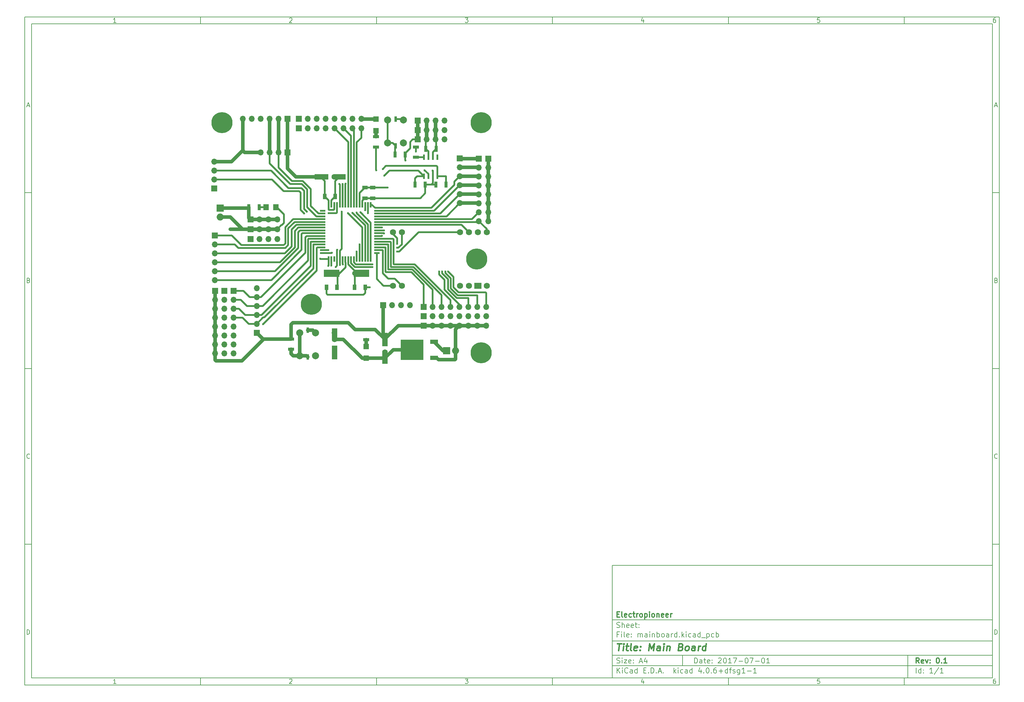
<source format=gbr>
G04 #@! TF.FileFunction,Copper,L1,Top,Signal*
%FSLAX46Y46*%
G04 Gerber Fmt 4.6, Leading zero omitted, Abs format (unit mm)*
G04 Created by KiCad (PCBNEW 4.0.6+dfsg1-1) date Wed Nov 29 19:22:06 2017*
%MOMM*%
%LPD*%
G01*
G04 APERTURE LIST*
%ADD10C,0.100000*%
%ADD11C,0.150000*%
%ADD12C,0.300000*%
%ADD13C,0.400000*%
%ADD14R,1.700000X1.700000*%
%ADD15O,1.700000X1.700000*%
%ADD16O,1.998980X1.998980*%
%ADD17R,1.998980X1.998980*%
%ADD18C,1.727200*%
%ADD19R,2.032000X1.727200*%
%ADD20C,1.500000*%
%ADD21R,0.760000X1.600000*%
%ADD22R,4.500000X2.000000*%
%ADD23R,1.500000X0.550000*%
%ADD24R,0.550000X1.500000*%
%ADD25R,1.500000X1.500000*%
%ADD26R,0.900000X1.700000*%
%ADD27R,1.700000X0.900000*%
%ADD28C,2.000000*%
%ADD29R,0.600000X1.550000*%
%ADD30R,1.000000X1.600000*%
%ADD31R,1.600000X1.000000*%
%ADD32R,1.600000X3.500000*%
%ADD33R,3.500000X1.600000*%
%ADD34R,1.600000X1.600000*%
%ADD35C,1.600000*%
%ADD36R,2.200000X1.200000*%
%ADD37R,6.400000X5.800000*%
%ADD38R,3.050000X2.750000*%
%ADD39R,1.597660X1.800860*%
%ADD40C,6.000000*%
%ADD41C,0.600000*%
%ADD42C,0.500000*%
%ADD43C,1.000000*%
G04 APERTURE END LIST*
D10*
D11*
X177002200Y-166007200D02*
X177002200Y-198007200D01*
X285002200Y-198007200D01*
X285002200Y-166007200D01*
X177002200Y-166007200D01*
D10*
D11*
X10000000Y-10000000D02*
X10000000Y-200007200D01*
X287002200Y-200007200D01*
X287002200Y-10000000D01*
X10000000Y-10000000D01*
D10*
D11*
X12000000Y-12000000D02*
X12000000Y-198007200D01*
X285002200Y-198007200D01*
X285002200Y-12000000D01*
X12000000Y-12000000D01*
D10*
D11*
X60000000Y-12000000D02*
X60000000Y-10000000D01*
D10*
D11*
X110000000Y-12000000D02*
X110000000Y-10000000D01*
D10*
D11*
X160000000Y-12000000D02*
X160000000Y-10000000D01*
D10*
D11*
X210000000Y-12000000D02*
X210000000Y-10000000D01*
D10*
D11*
X260000000Y-12000000D02*
X260000000Y-10000000D01*
D10*
D11*
X35990476Y-11588095D02*
X35247619Y-11588095D01*
X35619048Y-11588095D02*
X35619048Y-10288095D01*
X35495238Y-10473810D01*
X35371429Y-10597619D01*
X35247619Y-10659524D01*
D10*
D11*
X85247619Y-10411905D02*
X85309524Y-10350000D01*
X85433333Y-10288095D01*
X85742857Y-10288095D01*
X85866667Y-10350000D01*
X85928571Y-10411905D01*
X85990476Y-10535714D01*
X85990476Y-10659524D01*
X85928571Y-10845238D01*
X85185714Y-11588095D01*
X85990476Y-11588095D01*
D10*
D11*
X135185714Y-10288095D02*
X135990476Y-10288095D01*
X135557143Y-10783333D01*
X135742857Y-10783333D01*
X135866667Y-10845238D01*
X135928571Y-10907143D01*
X135990476Y-11030952D01*
X135990476Y-11340476D01*
X135928571Y-11464286D01*
X135866667Y-11526190D01*
X135742857Y-11588095D01*
X135371429Y-11588095D01*
X135247619Y-11526190D01*
X135185714Y-11464286D01*
D10*
D11*
X185866667Y-10721429D02*
X185866667Y-11588095D01*
X185557143Y-10226190D02*
X185247619Y-11154762D01*
X186052381Y-11154762D01*
D10*
D11*
X235928571Y-10288095D02*
X235309524Y-10288095D01*
X235247619Y-10907143D01*
X235309524Y-10845238D01*
X235433333Y-10783333D01*
X235742857Y-10783333D01*
X235866667Y-10845238D01*
X235928571Y-10907143D01*
X235990476Y-11030952D01*
X235990476Y-11340476D01*
X235928571Y-11464286D01*
X235866667Y-11526190D01*
X235742857Y-11588095D01*
X235433333Y-11588095D01*
X235309524Y-11526190D01*
X235247619Y-11464286D01*
D10*
D11*
X285866667Y-10288095D02*
X285619048Y-10288095D01*
X285495238Y-10350000D01*
X285433333Y-10411905D01*
X285309524Y-10597619D01*
X285247619Y-10845238D01*
X285247619Y-11340476D01*
X285309524Y-11464286D01*
X285371429Y-11526190D01*
X285495238Y-11588095D01*
X285742857Y-11588095D01*
X285866667Y-11526190D01*
X285928571Y-11464286D01*
X285990476Y-11340476D01*
X285990476Y-11030952D01*
X285928571Y-10907143D01*
X285866667Y-10845238D01*
X285742857Y-10783333D01*
X285495238Y-10783333D01*
X285371429Y-10845238D01*
X285309524Y-10907143D01*
X285247619Y-11030952D01*
D10*
D11*
X60000000Y-198007200D02*
X60000000Y-200007200D01*
D10*
D11*
X110000000Y-198007200D02*
X110000000Y-200007200D01*
D10*
D11*
X160000000Y-198007200D02*
X160000000Y-200007200D01*
D10*
D11*
X210000000Y-198007200D02*
X210000000Y-200007200D01*
D10*
D11*
X260000000Y-198007200D02*
X260000000Y-200007200D01*
D10*
D11*
X35990476Y-199595295D02*
X35247619Y-199595295D01*
X35619048Y-199595295D02*
X35619048Y-198295295D01*
X35495238Y-198481010D01*
X35371429Y-198604819D01*
X35247619Y-198666724D01*
D10*
D11*
X85247619Y-198419105D02*
X85309524Y-198357200D01*
X85433333Y-198295295D01*
X85742857Y-198295295D01*
X85866667Y-198357200D01*
X85928571Y-198419105D01*
X85990476Y-198542914D01*
X85990476Y-198666724D01*
X85928571Y-198852438D01*
X85185714Y-199595295D01*
X85990476Y-199595295D01*
D10*
D11*
X135185714Y-198295295D02*
X135990476Y-198295295D01*
X135557143Y-198790533D01*
X135742857Y-198790533D01*
X135866667Y-198852438D01*
X135928571Y-198914343D01*
X135990476Y-199038152D01*
X135990476Y-199347676D01*
X135928571Y-199471486D01*
X135866667Y-199533390D01*
X135742857Y-199595295D01*
X135371429Y-199595295D01*
X135247619Y-199533390D01*
X135185714Y-199471486D01*
D10*
D11*
X185866667Y-198728629D02*
X185866667Y-199595295D01*
X185557143Y-198233390D02*
X185247619Y-199161962D01*
X186052381Y-199161962D01*
D10*
D11*
X235928571Y-198295295D02*
X235309524Y-198295295D01*
X235247619Y-198914343D01*
X235309524Y-198852438D01*
X235433333Y-198790533D01*
X235742857Y-198790533D01*
X235866667Y-198852438D01*
X235928571Y-198914343D01*
X235990476Y-199038152D01*
X235990476Y-199347676D01*
X235928571Y-199471486D01*
X235866667Y-199533390D01*
X235742857Y-199595295D01*
X235433333Y-199595295D01*
X235309524Y-199533390D01*
X235247619Y-199471486D01*
D10*
D11*
X285866667Y-198295295D02*
X285619048Y-198295295D01*
X285495238Y-198357200D01*
X285433333Y-198419105D01*
X285309524Y-198604819D01*
X285247619Y-198852438D01*
X285247619Y-199347676D01*
X285309524Y-199471486D01*
X285371429Y-199533390D01*
X285495238Y-199595295D01*
X285742857Y-199595295D01*
X285866667Y-199533390D01*
X285928571Y-199471486D01*
X285990476Y-199347676D01*
X285990476Y-199038152D01*
X285928571Y-198914343D01*
X285866667Y-198852438D01*
X285742857Y-198790533D01*
X285495238Y-198790533D01*
X285371429Y-198852438D01*
X285309524Y-198914343D01*
X285247619Y-199038152D01*
D10*
D11*
X10000000Y-60000000D02*
X12000000Y-60000000D01*
D10*
D11*
X10000000Y-110000000D02*
X12000000Y-110000000D01*
D10*
D11*
X10000000Y-160000000D02*
X12000000Y-160000000D01*
D10*
D11*
X10690476Y-35216667D02*
X11309524Y-35216667D01*
X10566667Y-35588095D02*
X11000000Y-34288095D01*
X11433333Y-35588095D01*
D10*
D11*
X11092857Y-84907143D02*
X11278571Y-84969048D01*
X11340476Y-85030952D01*
X11402381Y-85154762D01*
X11402381Y-85340476D01*
X11340476Y-85464286D01*
X11278571Y-85526190D01*
X11154762Y-85588095D01*
X10659524Y-85588095D01*
X10659524Y-84288095D01*
X11092857Y-84288095D01*
X11216667Y-84350000D01*
X11278571Y-84411905D01*
X11340476Y-84535714D01*
X11340476Y-84659524D01*
X11278571Y-84783333D01*
X11216667Y-84845238D01*
X11092857Y-84907143D01*
X10659524Y-84907143D01*
D10*
D11*
X11402381Y-135464286D02*
X11340476Y-135526190D01*
X11154762Y-135588095D01*
X11030952Y-135588095D01*
X10845238Y-135526190D01*
X10721429Y-135402381D01*
X10659524Y-135278571D01*
X10597619Y-135030952D01*
X10597619Y-134845238D01*
X10659524Y-134597619D01*
X10721429Y-134473810D01*
X10845238Y-134350000D01*
X11030952Y-134288095D01*
X11154762Y-134288095D01*
X11340476Y-134350000D01*
X11402381Y-134411905D01*
D10*
D11*
X10659524Y-185588095D02*
X10659524Y-184288095D01*
X10969048Y-184288095D01*
X11154762Y-184350000D01*
X11278571Y-184473810D01*
X11340476Y-184597619D01*
X11402381Y-184845238D01*
X11402381Y-185030952D01*
X11340476Y-185278571D01*
X11278571Y-185402381D01*
X11154762Y-185526190D01*
X10969048Y-185588095D01*
X10659524Y-185588095D01*
D10*
D11*
X287002200Y-60000000D02*
X285002200Y-60000000D01*
D10*
D11*
X287002200Y-110000000D02*
X285002200Y-110000000D01*
D10*
D11*
X287002200Y-160000000D02*
X285002200Y-160000000D01*
D10*
D11*
X285692676Y-35216667D02*
X286311724Y-35216667D01*
X285568867Y-35588095D02*
X286002200Y-34288095D01*
X286435533Y-35588095D01*
D10*
D11*
X286095057Y-84907143D02*
X286280771Y-84969048D01*
X286342676Y-85030952D01*
X286404581Y-85154762D01*
X286404581Y-85340476D01*
X286342676Y-85464286D01*
X286280771Y-85526190D01*
X286156962Y-85588095D01*
X285661724Y-85588095D01*
X285661724Y-84288095D01*
X286095057Y-84288095D01*
X286218867Y-84350000D01*
X286280771Y-84411905D01*
X286342676Y-84535714D01*
X286342676Y-84659524D01*
X286280771Y-84783333D01*
X286218867Y-84845238D01*
X286095057Y-84907143D01*
X285661724Y-84907143D01*
D10*
D11*
X286404581Y-135464286D02*
X286342676Y-135526190D01*
X286156962Y-135588095D01*
X286033152Y-135588095D01*
X285847438Y-135526190D01*
X285723629Y-135402381D01*
X285661724Y-135278571D01*
X285599819Y-135030952D01*
X285599819Y-134845238D01*
X285661724Y-134597619D01*
X285723629Y-134473810D01*
X285847438Y-134350000D01*
X286033152Y-134288095D01*
X286156962Y-134288095D01*
X286342676Y-134350000D01*
X286404581Y-134411905D01*
D10*
D11*
X285661724Y-185588095D02*
X285661724Y-184288095D01*
X285971248Y-184288095D01*
X286156962Y-184350000D01*
X286280771Y-184473810D01*
X286342676Y-184597619D01*
X286404581Y-184845238D01*
X286404581Y-185030952D01*
X286342676Y-185278571D01*
X286280771Y-185402381D01*
X286156962Y-185526190D01*
X285971248Y-185588095D01*
X285661724Y-185588095D01*
D10*
D11*
X200359343Y-193785771D02*
X200359343Y-192285771D01*
X200716486Y-192285771D01*
X200930771Y-192357200D01*
X201073629Y-192500057D01*
X201145057Y-192642914D01*
X201216486Y-192928629D01*
X201216486Y-193142914D01*
X201145057Y-193428629D01*
X201073629Y-193571486D01*
X200930771Y-193714343D01*
X200716486Y-193785771D01*
X200359343Y-193785771D01*
X202502200Y-193785771D02*
X202502200Y-193000057D01*
X202430771Y-192857200D01*
X202287914Y-192785771D01*
X202002200Y-192785771D01*
X201859343Y-192857200D01*
X202502200Y-193714343D02*
X202359343Y-193785771D01*
X202002200Y-193785771D01*
X201859343Y-193714343D01*
X201787914Y-193571486D01*
X201787914Y-193428629D01*
X201859343Y-193285771D01*
X202002200Y-193214343D01*
X202359343Y-193214343D01*
X202502200Y-193142914D01*
X203002200Y-192785771D02*
X203573629Y-192785771D01*
X203216486Y-192285771D02*
X203216486Y-193571486D01*
X203287914Y-193714343D01*
X203430772Y-193785771D01*
X203573629Y-193785771D01*
X204645057Y-193714343D02*
X204502200Y-193785771D01*
X204216486Y-193785771D01*
X204073629Y-193714343D01*
X204002200Y-193571486D01*
X204002200Y-193000057D01*
X204073629Y-192857200D01*
X204216486Y-192785771D01*
X204502200Y-192785771D01*
X204645057Y-192857200D01*
X204716486Y-193000057D01*
X204716486Y-193142914D01*
X204002200Y-193285771D01*
X205359343Y-193642914D02*
X205430771Y-193714343D01*
X205359343Y-193785771D01*
X205287914Y-193714343D01*
X205359343Y-193642914D01*
X205359343Y-193785771D01*
X205359343Y-192857200D02*
X205430771Y-192928629D01*
X205359343Y-193000057D01*
X205287914Y-192928629D01*
X205359343Y-192857200D01*
X205359343Y-193000057D01*
X207145057Y-192428629D02*
X207216486Y-192357200D01*
X207359343Y-192285771D01*
X207716486Y-192285771D01*
X207859343Y-192357200D01*
X207930772Y-192428629D01*
X208002200Y-192571486D01*
X208002200Y-192714343D01*
X207930772Y-192928629D01*
X207073629Y-193785771D01*
X208002200Y-193785771D01*
X208930771Y-192285771D02*
X209073628Y-192285771D01*
X209216485Y-192357200D01*
X209287914Y-192428629D01*
X209359343Y-192571486D01*
X209430771Y-192857200D01*
X209430771Y-193214343D01*
X209359343Y-193500057D01*
X209287914Y-193642914D01*
X209216485Y-193714343D01*
X209073628Y-193785771D01*
X208930771Y-193785771D01*
X208787914Y-193714343D01*
X208716485Y-193642914D01*
X208645057Y-193500057D01*
X208573628Y-193214343D01*
X208573628Y-192857200D01*
X208645057Y-192571486D01*
X208716485Y-192428629D01*
X208787914Y-192357200D01*
X208930771Y-192285771D01*
X210859342Y-193785771D02*
X210002199Y-193785771D01*
X210430771Y-193785771D02*
X210430771Y-192285771D01*
X210287914Y-192500057D01*
X210145056Y-192642914D01*
X210002199Y-192714343D01*
X211359342Y-192285771D02*
X212359342Y-192285771D01*
X211716485Y-193785771D01*
X212930770Y-193214343D02*
X214073627Y-193214343D01*
X215073627Y-192285771D02*
X215216484Y-192285771D01*
X215359341Y-192357200D01*
X215430770Y-192428629D01*
X215502199Y-192571486D01*
X215573627Y-192857200D01*
X215573627Y-193214343D01*
X215502199Y-193500057D01*
X215430770Y-193642914D01*
X215359341Y-193714343D01*
X215216484Y-193785771D01*
X215073627Y-193785771D01*
X214930770Y-193714343D01*
X214859341Y-193642914D01*
X214787913Y-193500057D01*
X214716484Y-193214343D01*
X214716484Y-192857200D01*
X214787913Y-192571486D01*
X214859341Y-192428629D01*
X214930770Y-192357200D01*
X215073627Y-192285771D01*
X216073627Y-192285771D02*
X217073627Y-192285771D01*
X216430770Y-193785771D01*
X217645055Y-193214343D02*
X218787912Y-193214343D01*
X219787912Y-192285771D02*
X219930769Y-192285771D01*
X220073626Y-192357200D01*
X220145055Y-192428629D01*
X220216484Y-192571486D01*
X220287912Y-192857200D01*
X220287912Y-193214343D01*
X220216484Y-193500057D01*
X220145055Y-193642914D01*
X220073626Y-193714343D01*
X219930769Y-193785771D01*
X219787912Y-193785771D01*
X219645055Y-193714343D01*
X219573626Y-193642914D01*
X219502198Y-193500057D01*
X219430769Y-193214343D01*
X219430769Y-192857200D01*
X219502198Y-192571486D01*
X219573626Y-192428629D01*
X219645055Y-192357200D01*
X219787912Y-192285771D01*
X221716483Y-193785771D02*
X220859340Y-193785771D01*
X221287912Y-193785771D02*
X221287912Y-192285771D01*
X221145055Y-192500057D01*
X221002197Y-192642914D01*
X220859340Y-192714343D01*
D10*
D11*
X177002200Y-194507200D02*
X285002200Y-194507200D01*
D10*
D11*
X178359343Y-196585771D02*
X178359343Y-195085771D01*
X179216486Y-196585771D02*
X178573629Y-195728629D01*
X179216486Y-195085771D02*
X178359343Y-195942914D01*
X179859343Y-196585771D02*
X179859343Y-195585771D01*
X179859343Y-195085771D02*
X179787914Y-195157200D01*
X179859343Y-195228629D01*
X179930771Y-195157200D01*
X179859343Y-195085771D01*
X179859343Y-195228629D01*
X181430772Y-196442914D02*
X181359343Y-196514343D01*
X181145057Y-196585771D01*
X181002200Y-196585771D01*
X180787915Y-196514343D01*
X180645057Y-196371486D01*
X180573629Y-196228629D01*
X180502200Y-195942914D01*
X180502200Y-195728629D01*
X180573629Y-195442914D01*
X180645057Y-195300057D01*
X180787915Y-195157200D01*
X181002200Y-195085771D01*
X181145057Y-195085771D01*
X181359343Y-195157200D01*
X181430772Y-195228629D01*
X182716486Y-196585771D02*
X182716486Y-195800057D01*
X182645057Y-195657200D01*
X182502200Y-195585771D01*
X182216486Y-195585771D01*
X182073629Y-195657200D01*
X182716486Y-196514343D02*
X182573629Y-196585771D01*
X182216486Y-196585771D01*
X182073629Y-196514343D01*
X182002200Y-196371486D01*
X182002200Y-196228629D01*
X182073629Y-196085771D01*
X182216486Y-196014343D01*
X182573629Y-196014343D01*
X182716486Y-195942914D01*
X184073629Y-196585771D02*
X184073629Y-195085771D01*
X184073629Y-196514343D02*
X183930772Y-196585771D01*
X183645058Y-196585771D01*
X183502200Y-196514343D01*
X183430772Y-196442914D01*
X183359343Y-196300057D01*
X183359343Y-195871486D01*
X183430772Y-195728629D01*
X183502200Y-195657200D01*
X183645058Y-195585771D01*
X183930772Y-195585771D01*
X184073629Y-195657200D01*
X185930772Y-195800057D02*
X186430772Y-195800057D01*
X186645058Y-196585771D02*
X185930772Y-196585771D01*
X185930772Y-195085771D01*
X186645058Y-195085771D01*
X187287915Y-196442914D02*
X187359343Y-196514343D01*
X187287915Y-196585771D01*
X187216486Y-196514343D01*
X187287915Y-196442914D01*
X187287915Y-196585771D01*
X188002201Y-196585771D02*
X188002201Y-195085771D01*
X188359344Y-195085771D01*
X188573629Y-195157200D01*
X188716487Y-195300057D01*
X188787915Y-195442914D01*
X188859344Y-195728629D01*
X188859344Y-195942914D01*
X188787915Y-196228629D01*
X188716487Y-196371486D01*
X188573629Y-196514343D01*
X188359344Y-196585771D01*
X188002201Y-196585771D01*
X189502201Y-196442914D02*
X189573629Y-196514343D01*
X189502201Y-196585771D01*
X189430772Y-196514343D01*
X189502201Y-196442914D01*
X189502201Y-196585771D01*
X190145058Y-196157200D02*
X190859344Y-196157200D01*
X190002201Y-196585771D02*
X190502201Y-195085771D01*
X191002201Y-196585771D01*
X191502201Y-196442914D02*
X191573629Y-196514343D01*
X191502201Y-196585771D01*
X191430772Y-196514343D01*
X191502201Y-196442914D01*
X191502201Y-196585771D01*
X194502201Y-196585771D02*
X194502201Y-195085771D01*
X194645058Y-196014343D02*
X195073629Y-196585771D01*
X195073629Y-195585771D02*
X194502201Y-196157200D01*
X195716487Y-196585771D02*
X195716487Y-195585771D01*
X195716487Y-195085771D02*
X195645058Y-195157200D01*
X195716487Y-195228629D01*
X195787915Y-195157200D01*
X195716487Y-195085771D01*
X195716487Y-195228629D01*
X197073630Y-196514343D02*
X196930773Y-196585771D01*
X196645059Y-196585771D01*
X196502201Y-196514343D01*
X196430773Y-196442914D01*
X196359344Y-196300057D01*
X196359344Y-195871486D01*
X196430773Y-195728629D01*
X196502201Y-195657200D01*
X196645059Y-195585771D01*
X196930773Y-195585771D01*
X197073630Y-195657200D01*
X198359344Y-196585771D02*
X198359344Y-195800057D01*
X198287915Y-195657200D01*
X198145058Y-195585771D01*
X197859344Y-195585771D01*
X197716487Y-195657200D01*
X198359344Y-196514343D02*
X198216487Y-196585771D01*
X197859344Y-196585771D01*
X197716487Y-196514343D01*
X197645058Y-196371486D01*
X197645058Y-196228629D01*
X197716487Y-196085771D01*
X197859344Y-196014343D01*
X198216487Y-196014343D01*
X198359344Y-195942914D01*
X199716487Y-196585771D02*
X199716487Y-195085771D01*
X199716487Y-196514343D02*
X199573630Y-196585771D01*
X199287916Y-196585771D01*
X199145058Y-196514343D01*
X199073630Y-196442914D01*
X199002201Y-196300057D01*
X199002201Y-195871486D01*
X199073630Y-195728629D01*
X199145058Y-195657200D01*
X199287916Y-195585771D01*
X199573630Y-195585771D01*
X199716487Y-195657200D01*
X202216487Y-195585771D02*
X202216487Y-196585771D01*
X201859344Y-195014343D02*
X201502201Y-196085771D01*
X202430773Y-196085771D01*
X203002201Y-196442914D02*
X203073629Y-196514343D01*
X203002201Y-196585771D01*
X202930772Y-196514343D01*
X203002201Y-196442914D01*
X203002201Y-196585771D01*
X204002201Y-195085771D02*
X204145058Y-195085771D01*
X204287915Y-195157200D01*
X204359344Y-195228629D01*
X204430773Y-195371486D01*
X204502201Y-195657200D01*
X204502201Y-196014343D01*
X204430773Y-196300057D01*
X204359344Y-196442914D01*
X204287915Y-196514343D01*
X204145058Y-196585771D01*
X204002201Y-196585771D01*
X203859344Y-196514343D01*
X203787915Y-196442914D01*
X203716487Y-196300057D01*
X203645058Y-196014343D01*
X203645058Y-195657200D01*
X203716487Y-195371486D01*
X203787915Y-195228629D01*
X203859344Y-195157200D01*
X204002201Y-195085771D01*
X205145058Y-196442914D02*
X205216486Y-196514343D01*
X205145058Y-196585771D01*
X205073629Y-196514343D01*
X205145058Y-196442914D01*
X205145058Y-196585771D01*
X206502201Y-195085771D02*
X206216487Y-195085771D01*
X206073630Y-195157200D01*
X206002201Y-195228629D01*
X205859344Y-195442914D01*
X205787915Y-195728629D01*
X205787915Y-196300057D01*
X205859344Y-196442914D01*
X205930772Y-196514343D01*
X206073630Y-196585771D01*
X206359344Y-196585771D01*
X206502201Y-196514343D01*
X206573630Y-196442914D01*
X206645058Y-196300057D01*
X206645058Y-195942914D01*
X206573630Y-195800057D01*
X206502201Y-195728629D01*
X206359344Y-195657200D01*
X206073630Y-195657200D01*
X205930772Y-195728629D01*
X205859344Y-195800057D01*
X205787915Y-195942914D01*
X207287915Y-196014343D02*
X208430772Y-196014343D01*
X207859343Y-196585771D02*
X207859343Y-195442914D01*
X209787915Y-196585771D02*
X209787915Y-195085771D01*
X209787915Y-196514343D02*
X209645058Y-196585771D01*
X209359344Y-196585771D01*
X209216486Y-196514343D01*
X209145058Y-196442914D01*
X209073629Y-196300057D01*
X209073629Y-195871486D01*
X209145058Y-195728629D01*
X209216486Y-195657200D01*
X209359344Y-195585771D01*
X209645058Y-195585771D01*
X209787915Y-195657200D01*
X210287915Y-195585771D02*
X210859344Y-195585771D01*
X210502201Y-196585771D02*
X210502201Y-195300057D01*
X210573629Y-195157200D01*
X210716487Y-195085771D01*
X210859344Y-195085771D01*
X211287915Y-196514343D02*
X211430772Y-196585771D01*
X211716487Y-196585771D01*
X211859344Y-196514343D01*
X211930772Y-196371486D01*
X211930772Y-196300057D01*
X211859344Y-196157200D01*
X211716487Y-196085771D01*
X211502201Y-196085771D01*
X211359344Y-196014343D01*
X211287915Y-195871486D01*
X211287915Y-195800057D01*
X211359344Y-195657200D01*
X211502201Y-195585771D01*
X211716487Y-195585771D01*
X211859344Y-195657200D01*
X213216487Y-195585771D02*
X213216487Y-196800057D01*
X213145058Y-196942914D01*
X213073630Y-197014343D01*
X212930773Y-197085771D01*
X212716487Y-197085771D01*
X212573630Y-197014343D01*
X213216487Y-196514343D02*
X213073630Y-196585771D01*
X212787916Y-196585771D01*
X212645058Y-196514343D01*
X212573630Y-196442914D01*
X212502201Y-196300057D01*
X212502201Y-195871486D01*
X212573630Y-195728629D01*
X212645058Y-195657200D01*
X212787916Y-195585771D01*
X213073630Y-195585771D01*
X213216487Y-195657200D01*
X214716487Y-196585771D02*
X213859344Y-196585771D01*
X214287916Y-196585771D02*
X214287916Y-195085771D01*
X214145059Y-195300057D01*
X214002201Y-195442914D01*
X213859344Y-195514343D01*
X215359344Y-196014343D02*
X216502201Y-196014343D01*
X218002201Y-196585771D02*
X217145058Y-196585771D01*
X217573630Y-196585771D02*
X217573630Y-195085771D01*
X217430773Y-195300057D01*
X217287915Y-195442914D01*
X217145058Y-195514343D01*
D10*
D11*
X177002200Y-191507200D02*
X285002200Y-191507200D01*
D10*
D12*
X264216486Y-193785771D02*
X263716486Y-193071486D01*
X263359343Y-193785771D02*
X263359343Y-192285771D01*
X263930771Y-192285771D01*
X264073629Y-192357200D01*
X264145057Y-192428629D01*
X264216486Y-192571486D01*
X264216486Y-192785771D01*
X264145057Y-192928629D01*
X264073629Y-193000057D01*
X263930771Y-193071486D01*
X263359343Y-193071486D01*
X265430771Y-193714343D02*
X265287914Y-193785771D01*
X265002200Y-193785771D01*
X264859343Y-193714343D01*
X264787914Y-193571486D01*
X264787914Y-193000057D01*
X264859343Y-192857200D01*
X265002200Y-192785771D01*
X265287914Y-192785771D01*
X265430771Y-192857200D01*
X265502200Y-193000057D01*
X265502200Y-193142914D01*
X264787914Y-193285771D01*
X266002200Y-192785771D02*
X266359343Y-193785771D01*
X266716485Y-192785771D01*
X267287914Y-193642914D02*
X267359342Y-193714343D01*
X267287914Y-193785771D01*
X267216485Y-193714343D01*
X267287914Y-193642914D01*
X267287914Y-193785771D01*
X267287914Y-192857200D02*
X267359342Y-192928629D01*
X267287914Y-193000057D01*
X267216485Y-192928629D01*
X267287914Y-192857200D01*
X267287914Y-193000057D01*
X269430771Y-192285771D02*
X269573628Y-192285771D01*
X269716485Y-192357200D01*
X269787914Y-192428629D01*
X269859343Y-192571486D01*
X269930771Y-192857200D01*
X269930771Y-193214343D01*
X269859343Y-193500057D01*
X269787914Y-193642914D01*
X269716485Y-193714343D01*
X269573628Y-193785771D01*
X269430771Y-193785771D01*
X269287914Y-193714343D01*
X269216485Y-193642914D01*
X269145057Y-193500057D01*
X269073628Y-193214343D01*
X269073628Y-192857200D01*
X269145057Y-192571486D01*
X269216485Y-192428629D01*
X269287914Y-192357200D01*
X269430771Y-192285771D01*
X270573628Y-193642914D02*
X270645056Y-193714343D01*
X270573628Y-193785771D01*
X270502199Y-193714343D01*
X270573628Y-193642914D01*
X270573628Y-193785771D01*
X272073628Y-193785771D02*
X271216485Y-193785771D01*
X271645057Y-193785771D02*
X271645057Y-192285771D01*
X271502200Y-192500057D01*
X271359342Y-192642914D01*
X271216485Y-192714343D01*
D10*
D11*
X178287914Y-193714343D02*
X178502200Y-193785771D01*
X178859343Y-193785771D01*
X179002200Y-193714343D01*
X179073629Y-193642914D01*
X179145057Y-193500057D01*
X179145057Y-193357200D01*
X179073629Y-193214343D01*
X179002200Y-193142914D01*
X178859343Y-193071486D01*
X178573629Y-193000057D01*
X178430771Y-192928629D01*
X178359343Y-192857200D01*
X178287914Y-192714343D01*
X178287914Y-192571486D01*
X178359343Y-192428629D01*
X178430771Y-192357200D01*
X178573629Y-192285771D01*
X178930771Y-192285771D01*
X179145057Y-192357200D01*
X179787914Y-193785771D02*
X179787914Y-192785771D01*
X179787914Y-192285771D02*
X179716485Y-192357200D01*
X179787914Y-192428629D01*
X179859342Y-192357200D01*
X179787914Y-192285771D01*
X179787914Y-192428629D01*
X180359343Y-192785771D02*
X181145057Y-192785771D01*
X180359343Y-193785771D01*
X181145057Y-193785771D01*
X182287914Y-193714343D02*
X182145057Y-193785771D01*
X181859343Y-193785771D01*
X181716486Y-193714343D01*
X181645057Y-193571486D01*
X181645057Y-193000057D01*
X181716486Y-192857200D01*
X181859343Y-192785771D01*
X182145057Y-192785771D01*
X182287914Y-192857200D01*
X182359343Y-193000057D01*
X182359343Y-193142914D01*
X181645057Y-193285771D01*
X183002200Y-193642914D02*
X183073628Y-193714343D01*
X183002200Y-193785771D01*
X182930771Y-193714343D01*
X183002200Y-193642914D01*
X183002200Y-193785771D01*
X183002200Y-192857200D02*
X183073628Y-192928629D01*
X183002200Y-193000057D01*
X182930771Y-192928629D01*
X183002200Y-192857200D01*
X183002200Y-193000057D01*
X184787914Y-193357200D02*
X185502200Y-193357200D01*
X184645057Y-193785771D02*
X185145057Y-192285771D01*
X185645057Y-193785771D01*
X186787914Y-192785771D02*
X186787914Y-193785771D01*
X186430771Y-192214343D02*
X186073628Y-193285771D01*
X187002200Y-193285771D01*
D10*
D11*
X263359343Y-196585771D02*
X263359343Y-195085771D01*
X264716486Y-196585771D02*
X264716486Y-195085771D01*
X264716486Y-196514343D02*
X264573629Y-196585771D01*
X264287915Y-196585771D01*
X264145057Y-196514343D01*
X264073629Y-196442914D01*
X264002200Y-196300057D01*
X264002200Y-195871486D01*
X264073629Y-195728629D01*
X264145057Y-195657200D01*
X264287915Y-195585771D01*
X264573629Y-195585771D01*
X264716486Y-195657200D01*
X265430772Y-196442914D02*
X265502200Y-196514343D01*
X265430772Y-196585771D01*
X265359343Y-196514343D01*
X265430772Y-196442914D01*
X265430772Y-196585771D01*
X265430772Y-195657200D02*
X265502200Y-195728629D01*
X265430772Y-195800057D01*
X265359343Y-195728629D01*
X265430772Y-195657200D01*
X265430772Y-195800057D01*
X268073629Y-196585771D02*
X267216486Y-196585771D01*
X267645058Y-196585771D02*
X267645058Y-195085771D01*
X267502201Y-195300057D01*
X267359343Y-195442914D01*
X267216486Y-195514343D01*
X269787914Y-195014343D02*
X268502200Y-196942914D01*
X271073629Y-196585771D02*
X270216486Y-196585771D01*
X270645058Y-196585771D02*
X270645058Y-195085771D01*
X270502201Y-195300057D01*
X270359343Y-195442914D01*
X270216486Y-195514343D01*
D10*
D11*
X177002200Y-187507200D02*
X285002200Y-187507200D01*
D10*
D13*
X178454581Y-188211962D02*
X179597438Y-188211962D01*
X178776010Y-190211962D02*
X179026010Y-188211962D01*
X180014105Y-190211962D02*
X180180771Y-188878629D01*
X180264105Y-188211962D02*
X180156962Y-188307200D01*
X180240295Y-188402438D01*
X180347439Y-188307200D01*
X180264105Y-188211962D01*
X180240295Y-188402438D01*
X180847438Y-188878629D02*
X181609343Y-188878629D01*
X181216486Y-188211962D02*
X181002200Y-189926248D01*
X181073630Y-190116724D01*
X181252201Y-190211962D01*
X181442677Y-190211962D01*
X182395058Y-190211962D02*
X182216487Y-190116724D01*
X182145057Y-189926248D01*
X182359343Y-188211962D01*
X183930772Y-190116724D02*
X183728391Y-190211962D01*
X183347439Y-190211962D01*
X183168867Y-190116724D01*
X183097438Y-189926248D01*
X183192676Y-189164343D01*
X183311724Y-188973867D01*
X183514105Y-188878629D01*
X183895057Y-188878629D01*
X184073629Y-188973867D01*
X184145057Y-189164343D01*
X184121248Y-189354819D01*
X183145057Y-189545295D01*
X184895057Y-190021486D02*
X184978392Y-190116724D01*
X184871248Y-190211962D01*
X184787915Y-190116724D01*
X184895057Y-190021486D01*
X184871248Y-190211962D01*
X185026010Y-188973867D02*
X185109344Y-189069105D01*
X185002200Y-189164343D01*
X184918867Y-189069105D01*
X185026010Y-188973867D01*
X185002200Y-189164343D01*
X187347439Y-190211962D02*
X187597439Y-188211962D01*
X188085534Y-189640533D01*
X188930773Y-188211962D01*
X188680773Y-190211962D01*
X190490296Y-190211962D02*
X190621248Y-189164343D01*
X190549820Y-188973867D01*
X190371248Y-188878629D01*
X189990296Y-188878629D01*
X189787915Y-188973867D01*
X190502201Y-190116724D02*
X190299820Y-190211962D01*
X189823630Y-190211962D01*
X189645058Y-190116724D01*
X189573629Y-189926248D01*
X189597439Y-189735771D01*
X189716486Y-189545295D01*
X189918868Y-189450057D01*
X190395058Y-189450057D01*
X190597439Y-189354819D01*
X191442677Y-190211962D02*
X191609343Y-188878629D01*
X191692677Y-188211962D02*
X191585534Y-188307200D01*
X191668867Y-188402438D01*
X191776011Y-188307200D01*
X191692677Y-188211962D01*
X191668867Y-188402438D01*
X192561724Y-188878629D02*
X192395058Y-190211962D01*
X192537915Y-189069105D02*
X192645059Y-188973867D01*
X192847439Y-188878629D01*
X193133153Y-188878629D01*
X193311725Y-188973867D01*
X193383153Y-189164343D01*
X193252201Y-190211962D01*
X196526011Y-189164343D02*
X196799820Y-189259581D01*
X196883155Y-189354819D01*
X196954583Y-189545295D01*
X196918869Y-189831010D01*
X196799821Y-190021486D01*
X196692678Y-190116724D01*
X196490297Y-190211962D01*
X195728392Y-190211962D01*
X195978392Y-188211962D01*
X196645059Y-188211962D01*
X196823630Y-188307200D01*
X196906963Y-188402438D01*
X196978393Y-188592914D01*
X196954583Y-188783390D01*
X196835535Y-188973867D01*
X196728392Y-189069105D01*
X196526011Y-189164343D01*
X195859344Y-189164343D01*
X198014107Y-190211962D02*
X197835536Y-190116724D01*
X197752201Y-190021486D01*
X197680773Y-189831010D01*
X197752201Y-189259581D01*
X197871249Y-189069105D01*
X197978393Y-188973867D01*
X198180773Y-188878629D01*
X198466487Y-188878629D01*
X198645059Y-188973867D01*
X198728392Y-189069105D01*
X198799820Y-189259581D01*
X198728392Y-189831010D01*
X198609344Y-190021486D01*
X198502202Y-190116724D01*
X198299821Y-190211962D01*
X198014107Y-190211962D01*
X200395059Y-190211962D02*
X200526011Y-189164343D01*
X200454583Y-188973867D01*
X200276011Y-188878629D01*
X199895059Y-188878629D01*
X199692678Y-188973867D01*
X200406964Y-190116724D02*
X200204583Y-190211962D01*
X199728393Y-190211962D01*
X199549821Y-190116724D01*
X199478392Y-189926248D01*
X199502202Y-189735771D01*
X199621249Y-189545295D01*
X199823631Y-189450057D01*
X200299821Y-189450057D01*
X200502202Y-189354819D01*
X201347440Y-190211962D02*
X201514106Y-188878629D01*
X201466487Y-189259581D02*
X201585536Y-189069105D01*
X201692679Y-188973867D01*
X201895059Y-188878629D01*
X202085535Y-188878629D01*
X203442678Y-190211962D02*
X203692678Y-188211962D01*
X203454583Y-190116724D02*
X203252202Y-190211962D01*
X202871250Y-190211962D01*
X202692679Y-190116724D01*
X202609344Y-190021486D01*
X202537916Y-189831010D01*
X202609344Y-189259581D01*
X202728392Y-189069105D01*
X202835536Y-188973867D01*
X203037916Y-188878629D01*
X203418868Y-188878629D01*
X203597440Y-188973867D01*
D10*
D11*
X178859343Y-185600057D02*
X178359343Y-185600057D01*
X178359343Y-186385771D02*
X178359343Y-184885771D01*
X179073629Y-184885771D01*
X179645057Y-186385771D02*
X179645057Y-185385771D01*
X179645057Y-184885771D02*
X179573628Y-184957200D01*
X179645057Y-185028629D01*
X179716485Y-184957200D01*
X179645057Y-184885771D01*
X179645057Y-185028629D01*
X180573629Y-186385771D02*
X180430771Y-186314343D01*
X180359343Y-186171486D01*
X180359343Y-184885771D01*
X181716485Y-186314343D02*
X181573628Y-186385771D01*
X181287914Y-186385771D01*
X181145057Y-186314343D01*
X181073628Y-186171486D01*
X181073628Y-185600057D01*
X181145057Y-185457200D01*
X181287914Y-185385771D01*
X181573628Y-185385771D01*
X181716485Y-185457200D01*
X181787914Y-185600057D01*
X181787914Y-185742914D01*
X181073628Y-185885771D01*
X182430771Y-186242914D02*
X182502199Y-186314343D01*
X182430771Y-186385771D01*
X182359342Y-186314343D01*
X182430771Y-186242914D01*
X182430771Y-186385771D01*
X182430771Y-185457200D02*
X182502199Y-185528629D01*
X182430771Y-185600057D01*
X182359342Y-185528629D01*
X182430771Y-185457200D01*
X182430771Y-185600057D01*
X184287914Y-186385771D02*
X184287914Y-185385771D01*
X184287914Y-185528629D02*
X184359342Y-185457200D01*
X184502200Y-185385771D01*
X184716485Y-185385771D01*
X184859342Y-185457200D01*
X184930771Y-185600057D01*
X184930771Y-186385771D01*
X184930771Y-185600057D02*
X185002200Y-185457200D01*
X185145057Y-185385771D01*
X185359342Y-185385771D01*
X185502200Y-185457200D01*
X185573628Y-185600057D01*
X185573628Y-186385771D01*
X186930771Y-186385771D02*
X186930771Y-185600057D01*
X186859342Y-185457200D01*
X186716485Y-185385771D01*
X186430771Y-185385771D01*
X186287914Y-185457200D01*
X186930771Y-186314343D02*
X186787914Y-186385771D01*
X186430771Y-186385771D01*
X186287914Y-186314343D01*
X186216485Y-186171486D01*
X186216485Y-186028629D01*
X186287914Y-185885771D01*
X186430771Y-185814343D01*
X186787914Y-185814343D01*
X186930771Y-185742914D01*
X187645057Y-186385771D02*
X187645057Y-185385771D01*
X187645057Y-184885771D02*
X187573628Y-184957200D01*
X187645057Y-185028629D01*
X187716485Y-184957200D01*
X187645057Y-184885771D01*
X187645057Y-185028629D01*
X188359343Y-185385771D02*
X188359343Y-186385771D01*
X188359343Y-185528629D02*
X188430771Y-185457200D01*
X188573629Y-185385771D01*
X188787914Y-185385771D01*
X188930771Y-185457200D01*
X189002200Y-185600057D01*
X189002200Y-186385771D01*
X189716486Y-186385771D02*
X189716486Y-184885771D01*
X189716486Y-185457200D02*
X189859343Y-185385771D01*
X190145057Y-185385771D01*
X190287914Y-185457200D01*
X190359343Y-185528629D01*
X190430772Y-185671486D01*
X190430772Y-186100057D01*
X190359343Y-186242914D01*
X190287914Y-186314343D01*
X190145057Y-186385771D01*
X189859343Y-186385771D01*
X189716486Y-186314343D01*
X191287915Y-186385771D02*
X191145057Y-186314343D01*
X191073629Y-186242914D01*
X191002200Y-186100057D01*
X191002200Y-185671486D01*
X191073629Y-185528629D01*
X191145057Y-185457200D01*
X191287915Y-185385771D01*
X191502200Y-185385771D01*
X191645057Y-185457200D01*
X191716486Y-185528629D01*
X191787915Y-185671486D01*
X191787915Y-186100057D01*
X191716486Y-186242914D01*
X191645057Y-186314343D01*
X191502200Y-186385771D01*
X191287915Y-186385771D01*
X193073629Y-186385771D02*
X193073629Y-185600057D01*
X193002200Y-185457200D01*
X192859343Y-185385771D01*
X192573629Y-185385771D01*
X192430772Y-185457200D01*
X193073629Y-186314343D02*
X192930772Y-186385771D01*
X192573629Y-186385771D01*
X192430772Y-186314343D01*
X192359343Y-186171486D01*
X192359343Y-186028629D01*
X192430772Y-185885771D01*
X192573629Y-185814343D01*
X192930772Y-185814343D01*
X193073629Y-185742914D01*
X193787915Y-186385771D02*
X193787915Y-185385771D01*
X193787915Y-185671486D02*
X193859343Y-185528629D01*
X193930772Y-185457200D01*
X194073629Y-185385771D01*
X194216486Y-185385771D01*
X195359343Y-186385771D02*
X195359343Y-184885771D01*
X195359343Y-186314343D02*
X195216486Y-186385771D01*
X194930772Y-186385771D01*
X194787914Y-186314343D01*
X194716486Y-186242914D01*
X194645057Y-186100057D01*
X194645057Y-185671486D01*
X194716486Y-185528629D01*
X194787914Y-185457200D01*
X194930772Y-185385771D01*
X195216486Y-185385771D01*
X195359343Y-185457200D01*
X196073629Y-186242914D02*
X196145057Y-186314343D01*
X196073629Y-186385771D01*
X196002200Y-186314343D01*
X196073629Y-186242914D01*
X196073629Y-186385771D01*
X196787915Y-186385771D02*
X196787915Y-184885771D01*
X196930772Y-185814343D02*
X197359343Y-186385771D01*
X197359343Y-185385771D02*
X196787915Y-185957200D01*
X198002201Y-186385771D02*
X198002201Y-185385771D01*
X198002201Y-184885771D02*
X197930772Y-184957200D01*
X198002201Y-185028629D01*
X198073629Y-184957200D01*
X198002201Y-184885771D01*
X198002201Y-185028629D01*
X199359344Y-186314343D02*
X199216487Y-186385771D01*
X198930773Y-186385771D01*
X198787915Y-186314343D01*
X198716487Y-186242914D01*
X198645058Y-186100057D01*
X198645058Y-185671486D01*
X198716487Y-185528629D01*
X198787915Y-185457200D01*
X198930773Y-185385771D01*
X199216487Y-185385771D01*
X199359344Y-185457200D01*
X200645058Y-186385771D02*
X200645058Y-185600057D01*
X200573629Y-185457200D01*
X200430772Y-185385771D01*
X200145058Y-185385771D01*
X200002201Y-185457200D01*
X200645058Y-186314343D02*
X200502201Y-186385771D01*
X200145058Y-186385771D01*
X200002201Y-186314343D01*
X199930772Y-186171486D01*
X199930772Y-186028629D01*
X200002201Y-185885771D01*
X200145058Y-185814343D01*
X200502201Y-185814343D01*
X200645058Y-185742914D01*
X202002201Y-186385771D02*
X202002201Y-184885771D01*
X202002201Y-186314343D02*
X201859344Y-186385771D01*
X201573630Y-186385771D01*
X201430772Y-186314343D01*
X201359344Y-186242914D01*
X201287915Y-186100057D01*
X201287915Y-185671486D01*
X201359344Y-185528629D01*
X201430772Y-185457200D01*
X201573630Y-185385771D01*
X201859344Y-185385771D01*
X202002201Y-185457200D01*
X202359344Y-186528629D02*
X203502201Y-186528629D01*
X203859344Y-185385771D02*
X203859344Y-186885771D01*
X203859344Y-185457200D02*
X204002201Y-185385771D01*
X204287915Y-185385771D01*
X204430772Y-185457200D01*
X204502201Y-185528629D01*
X204573630Y-185671486D01*
X204573630Y-186100057D01*
X204502201Y-186242914D01*
X204430772Y-186314343D01*
X204287915Y-186385771D01*
X204002201Y-186385771D01*
X203859344Y-186314343D01*
X205859344Y-186314343D02*
X205716487Y-186385771D01*
X205430773Y-186385771D01*
X205287915Y-186314343D01*
X205216487Y-186242914D01*
X205145058Y-186100057D01*
X205145058Y-185671486D01*
X205216487Y-185528629D01*
X205287915Y-185457200D01*
X205430773Y-185385771D01*
X205716487Y-185385771D01*
X205859344Y-185457200D01*
X206502201Y-186385771D02*
X206502201Y-184885771D01*
X206502201Y-185457200D02*
X206645058Y-185385771D01*
X206930772Y-185385771D01*
X207073629Y-185457200D01*
X207145058Y-185528629D01*
X207216487Y-185671486D01*
X207216487Y-186100057D01*
X207145058Y-186242914D01*
X207073629Y-186314343D01*
X206930772Y-186385771D01*
X206645058Y-186385771D01*
X206502201Y-186314343D01*
D10*
D11*
X177002200Y-181507200D02*
X285002200Y-181507200D01*
D10*
D11*
X178287914Y-183614343D02*
X178502200Y-183685771D01*
X178859343Y-183685771D01*
X179002200Y-183614343D01*
X179073629Y-183542914D01*
X179145057Y-183400057D01*
X179145057Y-183257200D01*
X179073629Y-183114343D01*
X179002200Y-183042914D01*
X178859343Y-182971486D01*
X178573629Y-182900057D01*
X178430771Y-182828629D01*
X178359343Y-182757200D01*
X178287914Y-182614343D01*
X178287914Y-182471486D01*
X178359343Y-182328629D01*
X178430771Y-182257200D01*
X178573629Y-182185771D01*
X178930771Y-182185771D01*
X179145057Y-182257200D01*
X179787914Y-183685771D02*
X179787914Y-182185771D01*
X180430771Y-183685771D02*
X180430771Y-182900057D01*
X180359342Y-182757200D01*
X180216485Y-182685771D01*
X180002200Y-182685771D01*
X179859342Y-182757200D01*
X179787914Y-182828629D01*
X181716485Y-183614343D02*
X181573628Y-183685771D01*
X181287914Y-183685771D01*
X181145057Y-183614343D01*
X181073628Y-183471486D01*
X181073628Y-182900057D01*
X181145057Y-182757200D01*
X181287914Y-182685771D01*
X181573628Y-182685771D01*
X181716485Y-182757200D01*
X181787914Y-182900057D01*
X181787914Y-183042914D01*
X181073628Y-183185771D01*
X183002199Y-183614343D02*
X182859342Y-183685771D01*
X182573628Y-183685771D01*
X182430771Y-183614343D01*
X182359342Y-183471486D01*
X182359342Y-182900057D01*
X182430771Y-182757200D01*
X182573628Y-182685771D01*
X182859342Y-182685771D01*
X183002199Y-182757200D01*
X183073628Y-182900057D01*
X183073628Y-183042914D01*
X182359342Y-183185771D01*
X183502199Y-182685771D02*
X184073628Y-182685771D01*
X183716485Y-182185771D02*
X183716485Y-183471486D01*
X183787913Y-183614343D01*
X183930771Y-183685771D01*
X184073628Y-183685771D01*
X184573628Y-183542914D02*
X184645056Y-183614343D01*
X184573628Y-183685771D01*
X184502199Y-183614343D01*
X184573628Y-183542914D01*
X184573628Y-183685771D01*
X184573628Y-182757200D02*
X184645056Y-182828629D01*
X184573628Y-182900057D01*
X184502199Y-182828629D01*
X184573628Y-182757200D01*
X184573628Y-182900057D01*
D10*
D12*
X178359343Y-179900057D02*
X178859343Y-179900057D01*
X179073629Y-180685771D02*
X178359343Y-180685771D01*
X178359343Y-179185771D01*
X179073629Y-179185771D01*
X179930772Y-180685771D02*
X179787914Y-180614343D01*
X179716486Y-180471486D01*
X179716486Y-179185771D01*
X181073628Y-180614343D02*
X180930771Y-180685771D01*
X180645057Y-180685771D01*
X180502200Y-180614343D01*
X180430771Y-180471486D01*
X180430771Y-179900057D01*
X180502200Y-179757200D01*
X180645057Y-179685771D01*
X180930771Y-179685771D01*
X181073628Y-179757200D01*
X181145057Y-179900057D01*
X181145057Y-180042914D01*
X180430771Y-180185771D01*
X182430771Y-180614343D02*
X182287914Y-180685771D01*
X182002200Y-180685771D01*
X181859342Y-180614343D01*
X181787914Y-180542914D01*
X181716485Y-180400057D01*
X181716485Y-179971486D01*
X181787914Y-179828629D01*
X181859342Y-179757200D01*
X182002200Y-179685771D01*
X182287914Y-179685771D01*
X182430771Y-179757200D01*
X182859342Y-179685771D02*
X183430771Y-179685771D01*
X183073628Y-179185771D02*
X183073628Y-180471486D01*
X183145056Y-180614343D01*
X183287914Y-180685771D01*
X183430771Y-180685771D01*
X183930771Y-180685771D02*
X183930771Y-179685771D01*
X183930771Y-179971486D02*
X184002199Y-179828629D01*
X184073628Y-179757200D01*
X184216485Y-179685771D01*
X184359342Y-179685771D01*
X185073628Y-180685771D02*
X184930770Y-180614343D01*
X184859342Y-180542914D01*
X184787913Y-180400057D01*
X184787913Y-179971486D01*
X184859342Y-179828629D01*
X184930770Y-179757200D01*
X185073628Y-179685771D01*
X185287913Y-179685771D01*
X185430770Y-179757200D01*
X185502199Y-179828629D01*
X185573628Y-179971486D01*
X185573628Y-180400057D01*
X185502199Y-180542914D01*
X185430770Y-180614343D01*
X185287913Y-180685771D01*
X185073628Y-180685771D01*
X186216485Y-179685771D02*
X186216485Y-181185771D01*
X186216485Y-179757200D02*
X186359342Y-179685771D01*
X186645056Y-179685771D01*
X186787913Y-179757200D01*
X186859342Y-179828629D01*
X186930771Y-179971486D01*
X186930771Y-180400057D01*
X186859342Y-180542914D01*
X186787913Y-180614343D01*
X186645056Y-180685771D01*
X186359342Y-180685771D01*
X186216485Y-180614343D01*
X187573628Y-180685771D02*
X187573628Y-179685771D01*
X187573628Y-179185771D02*
X187502199Y-179257200D01*
X187573628Y-179328629D01*
X187645056Y-179257200D01*
X187573628Y-179185771D01*
X187573628Y-179328629D01*
X188502200Y-180685771D02*
X188359342Y-180614343D01*
X188287914Y-180542914D01*
X188216485Y-180400057D01*
X188216485Y-179971486D01*
X188287914Y-179828629D01*
X188359342Y-179757200D01*
X188502200Y-179685771D01*
X188716485Y-179685771D01*
X188859342Y-179757200D01*
X188930771Y-179828629D01*
X189002200Y-179971486D01*
X189002200Y-180400057D01*
X188930771Y-180542914D01*
X188859342Y-180614343D01*
X188716485Y-180685771D01*
X188502200Y-180685771D01*
X189645057Y-179685771D02*
X189645057Y-180685771D01*
X189645057Y-179828629D02*
X189716485Y-179757200D01*
X189859343Y-179685771D01*
X190073628Y-179685771D01*
X190216485Y-179757200D01*
X190287914Y-179900057D01*
X190287914Y-180685771D01*
X191573628Y-180614343D02*
X191430771Y-180685771D01*
X191145057Y-180685771D01*
X191002200Y-180614343D01*
X190930771Y-180471486D01*
X190930771Y-179900057D01*
X191002200Y-179757200D01*
X191145057Y-179685771D01*
X191430771Y-179685771D01*
X191573628Y-179757200D01*
X191645057Y-179900057D01*
X191645057Y-180042914D01*
X190930771Y-180185771D01*
X192859342Y-180614343D02*
X192716485Y-180685771D01*
X192430771Y-180685771D01*
X192287914Y-180614343D01*
X192216485Y-180471486D01*
X192216485Y-179900057D01*
X192287914Y-179757200D01*
X192430771Y-179685771D01*
X192716485Y-179685771D01*
X192859342Y-179757200D01*
X192930771Y-179900057D01*
X192930771Y-180042914D01*
X192216485Y-180185771D01*
X193573628Y-180685771D02*
X193573628Y-179685771D01*
X193573628Y-179971486D02*
X193645056Y-179828629D01*
X193716485Y-179757200D01*
X193859342Y-179685771D01*
X194002199Y-179685771D01*
D10*
D11*
X197002200Y-191507200D02*
X197002200Y-194507200D01*
D10*
D11*
X261002200Y-191507200D02*
X261002200Y-198007200D01*
D14*
X69405500Y-87884000D03*
D15*
X69405500Y-90424000D03*
X69405500Y-92964000D03*
X69405500Y-95504000D03*
X69405500Y-98044000D03*
X69405500Y-100584000D03*
X69405500Y-103124000D03*
X69405500Y-105664000D03*
D14*
X74168000Y-67564000D03*
D15*
X76708000Y-67564000D03*
X79248000Y-67564000D03*
X81788000Y-67564000D03*
D14*
X63881000Y-58801000D03*
D15*
X63881000Y-56261000D03*
X63881000Y-53721000D03*
X63881000Y-51181000D03*
D16*
X65532000Y-66929000D03*
D17*
X65532000Y-64389000D03*
D18*
X141325600Y-71221600D03*
X138785600Y-71221600D03*
X133705600Y-71221600D03*
X114655600Y-71221600D03*
X117195600Y-71221600D03*
X136245600Y-86461600D03*
X133705600Y-86461600D03*
D19*
X138785600Y-86461600D03*
D18*
X141325600Y-86461600D03*
X114655600Y-86461600D03*
X117195600Y-86461600D03*
X136245600Y-71221600D03*
D14*
X74168000Y-70358000D03*
D15*
X76708000Y-70358000D03*
X79248000Y-70358000D03*
X81788000Y-70358000D03*
D14*
X75946000Y-99822000D03*
D15*
X75946000Y-97282000D03*
X75946000Y-94742000D03*
X75946000Y-92202000D03*
X75946000Y-89662000D03*
X75946000Y-87122000D03*
D16*
X132461000Y-104902000D03*
D17*
X129921000Y-104902000D03*
D20*
X98933000Y-82931000D03*
X103833000Y-82931000D03*
D21*
X90462100Y-106743500D03*
X90462100Y-99123500D03*
D14*
X87884000Y-38989000D03*
D15*
X90424000Y-38989000D03*
X92964000Y-38989000D03*
X95504000Y-38989000D03*
X98044000Y-38989000D03*
X100584000Y-38989000D03*
X103124000Y-38989000D03*
X105664000Y-38989000D03*
D22*
X97223000Y-82931000D03*
X105723000Y-82931000D03*
D14*
X121666000Y-39497000D03*
D15*
X124206000Y-39497000D03*
X126746000Y-39497000D03*
X129286000Y-39497000D03*
D14*
X141732000Y-50292000D03*
D15*
X141732000Y-52832000D03*
X141732000Y-55372000D03*
X141732000Y-57912000D03*
X141732000Y-60452000D03*
X141732000Y-62992000D03*
X141732000Y-65532000D03*
X141732000Y-68072000D03*
D14*
X84709000Y-48514000D03*
D15*
X82169000Y-48514000D03*
X79629000Y-48514000D03*
X77089000Y-48514000D03*
D14*
X66738500Y-87884000D03*
D15*
X66738500Y-90424000D03*
X66738500Y-92964000D03*
X66738500Y-95504000D03*
X66738500Y-98044000D03*
X66738500Y-100584000D03*
X66738500Y-103124000D03*
X66738500Y-105664000D03*
D23*
X94662000Y-65120000D03*
X94662000Y-65920000D03*
X94662000Y-66720000D03*
X94662000Y-67520000D03*
X94662000Y-68320000D03*
X94662000Y-69120000D03*
X94662000Y-69920000D03*
X94662000Y-70720000D03*
X94662000Y-71520000D03*
X94662000Y-72320000D03*
X94662000Y-73120000D03*
X94662000Y-73920000D03*
X94662000Y-74720000D03*
X94662000Y-75520000D03*
X94662000Y-76320000D03*
X94662000Y-77120000D03*
D24*
X96362000Y-78820000D03*
X97162000Y-78820000D03*
X97962000Y-78820000D03*
X98762000Y-78820000D03*
X99562000Y-78820000D03*
X100362000Y-78820000D03*
X101162000Y-78820000D03*
X101962000Y-78820000D03*
X102762000Y-78820000D03*
X103562000Y-78820000D03*
X104362000Y-78820000D03*
X105162000Y-78820000D03*
X105962000Y-78820000D03*
X106762000Y-78820000D03*
X107562000Y-78820000D03*
X108362000Y-78820000D03*
D23*
X110062000Y-77120000D03*
X110062000Y-76320000D03*
X110062000Y-75520000D03*
X110062000Y-74720000D03*
X110062000Y-73920000D03*
X110062000Y-73120000D03*
X110062000Y-72320000D03*
X110062000Y-71520000D03*
X110062000Y-70720000D03*
X110062000Y-69920000D03*
X110062000Y-69120000D03*
X110062000Y-68320000D03*
X110062000Y-67520000D03*
X110062000Y-66720000D03*
X110062000Y-65920000D03*
X110062000Y-65120000D03*
D24*
X108362000Y-63420000D03*
X107562000Y-63420000D03*
X106762000Y-63420000D03*
X105962000Y-63420000D03*
X105162000Y-63420000D03*
X104362000Y-63420000D03*
X103562000Y-63420000D03*
X102762000Y-63420000D03*
X101962000Y-63420000D03*
X101162000Y-63420000D03*
X100362000Y-63420000D03*
X99562000Y-63420000D03*
X98762000Y-63420000D03*
X97962000Y-63420000D03*
X97162000Y-63420000D03*
X96362000Y-63420000D03*
D25*
X109855000Y-42366200D03*
X109855000Y-39066200D03*
D26*
X126883500Y-57658000D03*
X129783500Y-57658000D03*
X123814500Y-57658000D03*
X120914500Y-57658000D03*
D27*
X121158000Y-49913200D03*
X121158000Y-47013200D03*
D26*
X126926000Y-47498000D03*
X124026000Y-47498000D03*
X118163000Y-49098200D03*
X115263000Y-49098200D03*
D27*
X85699600Y-101648600D03*
X85699600Y-104548600D03*
X109855000Y-46992200D03*
X109855000Y-44092200D03*
D28*
X117657000Y-45796200D03*
X113157000Y-45796200D03*
X117657000Y-39296200D03*
X113157000Y-39296200D03*
X92676100Y-106362500D03*
X88176100Y-106362500D03*
X92676100Y-99862500D03*
X88176100Y-99862500D03*
D29*
X123444000Y-55278000D03*
X124714000Y-55278000D03*
X125984000Y-55278000D03*
X127254000Y-55278000D03*
X127254000Y-49878000D03*
X125984000Y-49878000D03*
X124714000Y-49878000D03*
X123444000Y-49878000D03*
D30*
X95274000Y-61087000D03*
X98274000Y-61087000D03*
D31*
X106680000Y-61545600D03*
X106680000Y-58545600D03*
X108915200Y-61545600D03*
X108915200Y-58545600D03*
D25*
X107061000Y-103760000D03*
X107061000Y-107060000D03*
D27*
X107061000Y-98880000D03*
X107061000Y-101780000D03*
D32*
X112395000Y-101567000D03*
X112395000Y-106967000D03*
X98094800Y-105658900D03*
X98094800Y-100258900D03*
D33*
X94074000Y-55499000D03*
X99474000Y-55499000D03*
D21*
X115443000Y-46685200D03*
X115443000Y-39065200D03*
D34*
X112395000Y-102870000D03*
D35*
X112395000Y-105370000D03*
D34*
X95504000Y-55499000D03*
D35*
X98004000Y-55499000D03*
D34*
X98069400Y-104216200D03*
D35*
X98069400Y-101716200D03*
D30*
X98782000Y-86868000D03*
X95782000Y-86868000D03*
X103783000Y-86868000D03*
X106783000Y-86868000D03*
D14*
X121666000Y-42164000D03*
D15*
X124206000Y-42164000D03*
X126746000Y-42164000D03*
X129286000Y-42164000D03*
D14*
X121666000Y-44831000D03*
D15*
X124206000Y-44831000D03*
X126746000Y-44831000D03*
X129286000Y-44831000D03*
D14*
X111887000Y-91948000D03*
D15*
X114427000Y-91948000D03*
X116967000Y-91948000D03*
X119507000Y-91948000D03*
D14*
X139090400Y-50292000D03*
D15*
X139090400Y-52832000D03*
X139090400Y-55372000D03*
X139090400Y-57912000D03*
X139090400Y-60452000D03*
X139090400Y-62992000D03*
X139090400Y-65532000D03*
X139090400Y-68072000D03*
D14*
X64135000Y-87884000D03*
D15*
X64135000Y-90424000D03*
X64135000Y-92964000D03*
X64135000Y-95504000D03*
X64135000Y-98044000D03*
X64135000Y-100584000D03*
X64135000Y-103124000D03*
X64135000Y-105664000D03*
D14*
X123380500Y-92456000D03*
D15*
X125920500Y-92456000D03*
X128460500Y-92456000D03*
X131000500Y-92456000D03*
X133540500Y-92456000D03*
X136080500Y-92456000D03*
X138620500Y-92456000D03*
X141160500Y-92456000D03*
D14*
X123380500Y-95123000D03*
D15*
X125920500Y-95123000D03*
X128460500Y-95123000D03*
X131000500Y-95123000D03*
X133540500Y-95123000D03*
X136080500Y-95123000D03*
X138620500Y-95123000D03*
X141160500Y-95123000D03*
D14*
X64008000Y-72136000D03*
D15*
X64008000Y-74676000D03*
X64008000Y-77216000D03*
X64008000Y-79756000D03*
X64008000Y-82296000D03*
X64008000Y-84836000D03*
D14*
X84683600Y-38963600D03*
D15*
X82143600Y-38963600D03*
X79603600Y-38963600D03*
X77063600Y-38963600D03*
X74523600Y-38963600D03*
X71983600Y-38963600D03*
D14*
X87884000Y-41656000D03*
D15*
X90424000Y-41656000D03*
X92964000Y-41656000D03*
X95504000Y-41656000D03*
X98044000Y-41656000D03*
X100584000Y-41656000D03*
X103124000Y-41656000D03*
X105664000Y-41656000D03*
D14*
X133654800Y-50241200D03*
D15*
X133654800Y-52781200D03*
X133654800Y-55321200D03*
X133654800Y-57861200D03*
X133654800Y-60401200D03*
X133654800Y-62941200D03*
D14*
X74168000Y-73152000D03*
D15*
X76708000Y-73152000D03*
X79248000Y-73152000D03*
X81788000Y-73152000D03*
D36*
X126374000Y-106928000D03*
X126374000Y-102368000D03*
D37*
X120074000Y-104648000D03*
D38*
X118399000Y-103123000D03*
X121749000Y-106173000D03*
X118399000Y-106173000D03*
X121749000Y-103123000D03*
D14*
X123380500Y-97790000D03*
D15*
X125920500Y-97790000D03*
X128460500Y-97790000D03*
X131000500Y-97790000D03*
X133540500Y-97790000D03*
X136080500Y-97790000D03*
X138620500Y-97790000D03*
X141160500Y-97790000D03*
D39*
X78590140Y-64135000D03*
X81429860Y-64135000D03*
D26*
X73734000Y-64135000D03*
X76634000Y-64135000D03*
D40*
X91480000Y-91712000D03*
X138430000Y-78867000D03*
X139700000Y-40081200D03*
X66040000Y-40081200D03*
X139700000Y-105511600D03*
D41*
X68478400Y-70358000D03*
X100482400Y-80365600D03*
X108051600Y-86868000D03*
X123647200Y-53594000D03*
X121158000Y-48260000D03*
X113131600Y-58534300D03*
X100114100Y-65354200D03*
X99568000Y-80568800D03*
X100482400Y-96926400D03*
X118262400Y-50850800D03*
X125933200Y-53695600D03*
X98380000Y-81112000D03*
X98806000Y-76200000D03*
X88176100Y-99862500D03*
X88176100Y-103187500D03*
X111760000Y-53276500D03*
X103187500Y-65722500D03*
X112204500Y-55181500D03*
X104330500Y-65659000D03*
X108813600Y-80340200D03*
X108864400Y-81153000D03*
X106762000Y-64942000D03*
X107562000Y-65779000D03*
X90710000Y-73120000D03*
X77724000Y-97409000D03*
X96266000Y-76327000D03*
X97282000Y-77089000D03*
X96280000Y-80812000D03*
X93980000Y-78803500D03*
X82042000Y-73152000D03*
X111556800Y-72288400D03*
X127762000Y-82423000D03*
X128651000Y-82423000D03*
X112141000Y-71564500D03*
X129540000Y-82423000D03*
X112141000Y-70739000D03*
X130365500Y-82423000D03*
X111569500Y-69913500D03*
X74168000Y-75755500D03*
X76708000Y-77216000D03*
X79248000Y-79756000D03*
X96367600Y-65836800D03*
X99415600Y-57556400D03*
X100330000Y-57505600D03*
X101193600Y-57454800D03*
X105410000Y-65595500D03*
X109918500Y-53594000D03*
X101917500Y-65849500D03*
X89408000Y-65913000D03*
X115824000Y-74574400D03*
X104343200Y-76708000D03*
X105156000Y-74676000D03*
X90170000Y-65405000D03*
X105156000Y-77012800D03*
X115874800Y-75641200D03*
X97129600Y-80721200D03*
X115874800Y-76708000D03*
D42*
X101162000Y-78820000D02*
X101162000Y-79757602D01*
X101244400Y-81229200D02*
X99542600Y-82931000D01*
X101244400Y-79840002D02*
X101244400Y-81229200D01*
X101162000Y-79757602D02*
X101244400Y-79840002D01*
X99542600Y-82931000D02*
X98933000Y-82931000D01*
X98933000Y-82931000D02*
X98933000Y-86717000D01*
X98933000Y-86717000D02*
X98782000Y-86868000D01*
X98933000Y-82486500D02*
X98933000Y-82931000D01*
X106783000Y-86868000D02*
X106783000Y-88509000D01*
X95782000Y-88714000D02*
X95782000Y-86868000D01*
X96080000Y-89012000D02*
X95782000Y-88714000D01*
X106280000Y-89012000D02*
X96080000Y-89012000D01*
X106783000Y-88509000D02*
X106280000Y-89012000D01*
D43*
X74168000Y-70358000D02*
X68478400Y-70358000D01*
X109855000Y-39066200D02*
X105741200Y-39066200D01*
X105741200Y-39066200D02*
X105664000Y-38989000D01*
D42*
X100362000Y-78820000D02*
X100362000Y-80245200D01*
X100362000Y-80245200D02*
X100482400Y-80365600D01*
X106783000Y-86868000D02*
X108051600Y-86868000D01*
X124714000Y-55278000D02*
X124714000Y-54660800D01*
X124714000Y-54660800D02*
X123647200Y-53594000D01*
X121158000Y-47013200D02*
X121158000Y-48260000D01*
X108915200Y-58545600D02*
X113120300Y-58545600D01*
X113120300Y-58545600D02*
X113131600Y-58534300D01*
D43*
X63881000Y-51181000D02*
X68757800Y-51181000D01*
X68757800Y-51181000D02*
X71983600Y-47955200D01*
X71983600Y-38963600D02*
X71983600Y-47955200D01*
X72542400Y-48514000D02*
X77089000Y-48514000D01*
X71983600Y-47955200D02*
X72542400Y-48514000D01*
D42*
X81429860Y-64135000D02*
X81661000Y-64135000D01*
X81661000Y-64135000D02*
X83693000Y-66167000D01*
X83693000Y-66167000D02*
X83693000Y-68580000D01*
X83693000Y-68580000D02*
X83058000Y-69215000D01*
X83058000Y-69215000D02*
X82931000Y-69215000D01*
X82931000Y-69215000D02*
X81788000Y-70358000D01*
D43*
X74168000Y-70358000D02*
X76708000Y-70358000D01*
X76708000Y-70358000D02*
X79248000Y-70358000D01*
X79248000Y-70358000D02*
X81788000Y-70358000D01*
X65532000Y-66929000D02*
X68453000Y-66929000D01*
X71882000Y-70358000D02*
X74168000Y-70358000D01*
X68453000Y-66929000D02*
X71882000Y-70358000D01*
D42*
X82042000Y-70358000D02*
X82042000Y-69850000D01*
X119481600Y-104055600D02*
X120074000Y-104648000D01*
X120074000Y-104648000D02*
X120074000Y-104122800D01*
X106680000Y-58545600D02*
X108915200Y-58545600D01*
X105162000Y-63420000D02*
X105162000Y-60063600D01*
X105162000Y-60063600D02*
X106680000Y-58545600D01*
D43*
X141732000Y-50292000D02*
X141732000Y-52832000D01*
X141732000Y-52832000D02*
X141732000Y-55372000D01*
X141732000Y-55372000D02*
X141732000Y-57912000D01*
X141732000Y-57912000D02*
X141732000Y-60452000D01*
X141732000Y-60452000D02*
X141732000Y-62992000D01*
X141732000Y-62992000D02*
X141732000Y-65532000D01*
X141732000Y-65532000D02*
X141732000Y-68072000D01*
D42*
X115443000Y-39065200D02*
X117426000Y-39065200D01*
X117426000Y-39065200D02*
X117657000Y-39296200D01*
X98274000Y-61087000D02*
X98274000Y-56699000D01*
X98274000Y-56699000D02*
X99474000Y-55499000D01*
X97162000Y-63420000D02*
X97162000Y-62199000D01*
X97162000Y-62199000D02*
X98274000Y-61087000D01*
D43*
X90462100Y-99123500D02*
X91937100Y-99123500D01*
X91937100Y-99123500D02*
X92676100Y-99862500D01*
X97698400Y-99862500D02*
X98094800Y-100258900D01*
X107061000Y-107060000D02*
X105917000Y-107060000D01*
X100573200Y-101716200D02*
X98069400Y-101716200D01*
X105917000Y-107060000D02*
X100573200Y-101716200D01*
X98069400Y-101716200D02*
X98094800Y-100258900D01*
X107061000Y-107060000D02*
X112302000Y-107060000D01*
X112302000Y-107060000D02*
X112395000Y-106967000D01*
X120074000Y-104648000D02*
X114714000Y-104648000D01*
X114714000Y-104648000D02*
X112395000Y-106967000D01*
D42*
X103833000Y-82931000D02*
X103833000Y-86818000D01*
X103833000Y-86818000D02*
X103783000Y-86868000D01*
X101962000Y-78820000D02*
X101962000Y-80346500D01*
X101962000Y-80346500D02*
X104546500Y-82931000D01*
X104546500Y-82931000D02*
X105723000Y-82931000D01*
D43*
X123380500Y-97790000D02*
X116172000Y-97790000D01*
X116172000Y-97790000D02*
X112395000Y-101567000D01*
D42*
X125984000Y-55278000D02*
X125984000Y-57302400D01*
X125984000Y-57302400D02*
X125628400Y-57658000D01*
X123814500Y-57658000D02*
X125628400Y-57658000D01*
X125628400Y-57658000D02*
X126883500Y-57658000D01*
X108915200Y-61545600D02*
X122452000Y-61545600D01*
X123814500Y-60183100D02*
X123814500Y-57658000D01*
X122452000Y-61545600D02*
X123814500Y-60183100D01*
X99562000Y-78820000D02*
X99562000Y-76524200D01*
X100114100Y-75972100D02*
X100114100Y-65354200D01*
X99562000Y-76524200D02*
X100114100Y-75972100D01*
D43*
X111887000Y-91948000D02*
X111887000Y-101059000D01*
X111887000Y-101059000D02*
X112395000Y-101567000D01*
X64135000Y-105664000D02*
X64135000Y-107569000D01*
X71755000Y-107823000D02*
X77929400Y-101648600D01*
X64389000Y-107823000D02*
X71755000Y-107823000D01*
X64135000Y-107569000D02*
X64389000Y-107823000D01*
X64135000Y-87884000D02*
X64135000Y-90424000D01*
X64135000Y-90424000D02*
X64135000Y-92964000D01*
X64135000Y-92964000D02*
X64135000Y-95504000D01*
X64135000Y-95504000D02*
X64135000Y-98044000D01*
X64135000Y-98044000D02*
X64135000Y-100584000D01*
X64135000Y-100584000D02*
X64135000Y-103124000D01*
X64135000Y-103124000D02*
X64135000Y-105664000D01*
X84709000Y-48514000D02*
X84709000Y-38989000D01*
X84709000Y-38989000D02*
X84683600Y-38963600D01*
X94074000Y-55499000D02*
X87172800Y-55499000D01*
X87172800Y-55499000D02*
X87096600Y-55499000D01*
X87096600Y-55499000D02*
X84709000Y-53111400D01*
X84709000Y-53111400D02*
X84709000Y-48514000D01*
D42*
X99562000Y-80562800D02*
X99562000Y-78820000D01*
X99562000Y-80562800D02*
X99568000Y-80568800D01*
X100482400Y-96926400D02*
X100482400Y-96964500D01*
X100482400Y-96964500D02*
X100482400Y-96926400D01*
X100482400Y-96926400D02*
X100482400Y-96964500D01*
X84709000Y-38989000D02*
X84683600Y-38963600D01*
X84709000Y-53111400D02*
X84709000Y-48514000D01*
X87096600Y-55499000D02*
X84709000Y-53111400D01*
X106680000Y-61545600D02*
X108915200Y-61545600D01*
X105962000Y-63420000D02*
X105962000Y-62263600D01*
X105962000Y-62263600D02*
X106680000Y-61545600D01*
X125984000Y-55278000D02*
X125984000Y-53746400D01*
X118163000Y-50751400D02*
X118163000Y-49098200D01*
X118262400Y-50850800D02*
X118163000Y-50751400D01*
X125984000Y-53746400D02*
X125933200Y-53695600D01*
D43*
X121666000Y-39497000D02*
X121666000Y-42164000D01*
X121666000Y-44831000D02*
X121666000Y-42164000D01*
D42*
X118163000Y-49098200D02*
X118163000Y-48816600D01*
X118163000Y-48816600D02*
X119583200Y-47396400D01*
X119583200Y-47396400D02*
X119583200Y-45542200D01*
X119583200Y-45542200D02*
X120294400Y-44831000D01*
X120294400Y-44831000D02*
X121666000Y-44831000D01*
X95274000Y-61087000D02*
X95274000Y-56699000D01*
X95274000Y-56699000D02*
X94074000Y-55499000D01*
X97962000Y-63420000D02*
X97962000Y-64699600D01*
X96362000Y-64764400D02*
X96362000Y-63420000D01*
X96469200Y-64871600D02*
X96362000Y-64764400D01*
X97790000Y-64871600D02*
X96469200Y-64871600D01*
X97962000Y-64699600D02*
X97790000Y-64871600D01*
X96362000Y-63420000D02*
X96362000Y-62175000D01*
X96362000Y-62175000D02*
X95274000Y-61087000D01*
D43*
X85699600Y-101648600D02*
X84124800Y-101648600D01*
X84124800Y-101648600D02*
X77929400Y-101648600D01*
X77929400Y-101648600D02*
X77772600Y-101648600D01*
X77772600Y-101648600D02*
X75946000Y-99822000D01*
X107061000Y-98880000D02*
X103896500Y-98880000D01*
X85699600Y-97497900D02*
X85699600Y-101648600D01*
X86233000Y-96964500D02*
X85699600Y-97497900D01*
X101981000Y-96964500D02*
X100482400Y-96964500D01*
X100482400Y-96964500D02*
X86233000Y-96964500D01*
X103896500Y-98880000D02*
X101981000Y-96964500D01*
X112395000Y-101567000D02*
X112298500Y-101567000D01*
X112298500Y-101567000D02*
X109611500Y-98880000D01*
X109611500Y-98880000D02*
X107061000Y-98880000D01*
X126374000Y-106928000D02*
X127057500Y-106928000D01*
X127057500Y-106928000D02*
X127635000Y-107505500D01*
X127635000Y-107505500D02*
X132270500Y-107505500D01*
X132270500Y-107505500D02*
X132461000Y-107315000D01*
X132461000Y-107315000D02*
X132461000Y-104902000D01*
X123380500Y-97790000D02*
X125920500Y-97790000D01*
X125920500Y-97790000D02*
X128460500Y-97790000D01*
X128460500Y-97790000D02*
X131000500Y-97790000D01*
X131000500Y-97790000D02*
X133540500Y-97790000D01*
X138620500Y-97790000D02*
X141160500Y-97790000D01*
X136080500Y-97790000D02*
X138620500Y-97790000D01*
X133540500Y-97790000D02*
X136080500Y-97790000D01*
X132461000Y-104902000D02*
X132461000Y-98869500D01*
X132461000Y-98869500D02*
X133540500Y-97790000D01*
D42*
X98762000Y-78820000D02*
X98762000Y-80730000D01*
X98762000Y-80730000D02*
X98380000Y-81112000D01*
D43*
X88176100Y-106362500D02*
X86296500Y-106362500D01*
X85699600Y-105765600D02*
X85699600Y-104548600D01*
X86296500Y-106362500D02*
X85699600Y-105765600D01*
D42*
X98762000Y-76244000D02*
X98762000Y-78820000D01*
X98806000Y-76200000D02*
X98762000Y-76244000D01*
D43*
X88176100Y-106362500D02*
X88176100Y-103187500D01*
X88176100Y-103187500D02*
X88176100Y-99862500D01*
X88176100Y-106362500D02*
X90081100Y-106362500D01*
X90081100Y-106362500D02*
X90462100Y-106743500D01*
D42*
X124026000Y-47498000D02*
X124026000Y-45011000D01*
X124026000Y-45011000D02*
X124206000Y-44831000D01*
D43*
X124206000Y-42164000D02*
X124206000Y-44831000D01*
X124206000Y-42164000D02*
X124206000Y-39497000D01*
D42*
X124714000Y-49878000D02*
X124714000Y-48186000D01*
X124714000Y-48186000D02*
X124026000Y-47498000D01*
X126926000Y-47498000D02*
X126926000Y-45011000D01*
X126926000Y-45011000D02*
X126746000Y-44831000D01*
D43*
X126746000Y-42164000D02*
X126746000Y-39497000D01*
X126746000Y-44831000D02*
X126746000Y-42164000D01*
D42*
X125984000Y-49878000D02*
X125984000Y-48440000D01*
X125984000Y-48440000D02*
X126926000Y-47498000D01*
X127254000Y-55278000D02*
X129700000Y-55278000D01*
X129783500Y-55361500D02*
X129783500Y-57658000D01*
X129700000Y-55278000D02*
X129783500Y-55361500D01*
X106762000Y-78820000D02*
X106762000Y-69297000D01*
X127254000Y-52578000D02*
X127254000Y-55278000D01*
X127063500Y-52387500D02*
X127254000Y-52578000D01*
X112649000Y-52387500D02*
X127063500Y-52387500D01*
X111760000Y-53276500D02*
X112649000Y-52387500D01*
X106762000Y-69297000D02*
X103187500Y-65722500D01*
X123444000Y-55278000D02*
X121506000Y-55278000D01*
X120914500Y-55869500D02*
X120914500Y-57658000D01*
X121506000Y-55278000D02*
X120914500Y-55869500D01*
X107562000Y-78820000D02*
X107562000Y-69017500D01*
X121887000Y-53721000D02*
X123444000Y-55278000D01*
X113665000Y-53721000D02*
X121887000Y-53721000D01*
X112204500Y-55181500D02*
X113665000Y-53721000D01*
X104330500Y-65786000D02*
X104330500Y-65659000D01*
X107562000Y-69017500D02*
X104330500Y-65786000D01*
X103562000Y-78820000D02*
X103562000Y-79787600D01*
X104114600Y-80340200D02*
X108813600Y-80340200D01*
X103562000Y-79787600D02*
X104114600Y-80340200D01*
X102762000Y-78820000D02*
X102762000Y-80054400D01*
X103860600Y-81153000D02*
X108864400Y-81153000D01*
X102762000Y-80054400D02*
X103860600Y-81153000D01*
X106762000Y-63420000D02*
X106762000Y-64942000D01*
X106762000Y-64942000D02*
X106743500Y-64960500D01*
D43*
X139090400Y-50292000D02*
X133705600Y-50292000D01*
X133705600Y-50292000D02*
X133654800Y-50241200D01*
D42*
X107562000Y-63420000D02*
X107562000Y-65779000D01*
D43*
X133654800Y-52781200D02*
X139039600Y-52781200D01*
X139039600Y-52781200D02*
X139090400Y-52832000D01*
D42*
X108362000Y-63420000D02*
X108695500Y-63420000D01*
X132143500Y-56832500D02*
X133654800Y-55321200D01*
X132143500Y-57785000D02*
X132143500Y-56832500D01*
X125603000Y-64325500D02*
X132143500Y-57785000D01*
X109601000Y-64325500D02*
X125603000Y-64325500D01*
X108695500Y-63420000D02*
X109601000Y-64325500D01*
D43*
X133654800Y-55321200D02*
X139039600Y-55321200D01*
X139039600Y-55321200D02*
X139090400Y-55372000D01*
D42*
X110062000Y-65120000D02*
X126396000Y-65120000D01*
X126396000Y-65120000D02*
X133654800Y-57861200D01*
D43*
X133654800Y-57861200D02*
X139039600Y-57861200D01*
X139039600Y-57861200D02*
X139090400Y-57912000D01*
D42*
X110062000Y-65920000D02*
X128136000Y-65920000D01*
X128136000Y-65920000D02*
X133654800Y-60401200D01*
D43*
X133654800Y-60401200D02*
X139039600Y-60401200D01*
X139039600Y-60401200D02*
X139090400Y-60452000D01*
D42*
X110062000Y-66720000D02*
X129876000Y-66720000D01*
X129876000Y-66720000D02*
X133654800Y-62941200D01*
D43*
X133654800Y-62941200D02*
X139039600Y-62941200D01*
X139039600Y-62941200D02*
X139090400Y-62992000D01*
D42*
X110062000Y-67520000D02*
X137102400Y-67520000D01*
X137102400Y-67520000D02*
X139090400Y-65532000D01*
X141325600Y-71221600D02*
X141325600Y-70307200D01*
X141325600Y-70307200D02*
X139090400Y-68072000D01*
X110062000Y-68320000D02*
X138842400Y-68320000D01*
X138842400Y-68320000D02*
X139090400Y-68072000D01*
X69405500Y-87884000D02*
X72136000Y-87884000D01*
X73914000Y-89662000D02*
X75946000Y-89662000D01*
X72136000Y-87884000D02*
X73914000Y-89662000D01*
X75946000Y-89662000D02*
X77165200Y-89662000D01*
X90087600Y-72320000D02*
X94662000Y-72320000D01*
X89763600Y-72644000D02*
X90087600Y-72320000D01*
X89763600Y-77063600D02*
X89763600Y-72644000D01*
X77165200Y-89662000D02*
X89763600Y-77063600D01*
X69405500Y-90424000D02*
X71374000Y-90424000D01*
X73152000Y-92202000D02*
X75946000Y-92202000D01*
X71374000Y-90424000D02*
X73152000Y-92202000D01*
X94662000Y-73120000D02*
X90710000Y-73120000D01*
X77673200Y-92202000D02*
X75946000Y-92202000D01*
X90576400Y-79298800D02*
X77673200Y-92202000D01*
X90576400Y-73253600D02*
X90576400Y-79298800D01*
X90710000Y-73120000D02*
X90576400Y-73253600D01*
X69405500Y-92964000D02*
X70866000Y-92964000D01*
X72644000Y-94742000D02*
X75946000Y-94742000D01*
X70866000Y-92964000D02*
X72644000Y-94742000D01*
X94662000Y-73920000D02*
X91344400Y-73920000D01*
X77368400Y-94742000D02*
X75946000Y-94742000D01*
X91287600Y-80822800D02*
X77368400Y-94742000D01*
X91287600Y-73976800D02*
X91287600Y-80822800D01*
X91344400Y-73920000D02*
X91287600Y-73976800D01*
X69405500Y-95504000D02*
X71882000Y-95504000D01*
X73660000Y-97282000D02*
X75946000Y-97282000D01*
X71882000Y-95504000D02*
X73660000Y-97282000D01*
X94662000Y-74720000D02*
X92056400Y-74720000D01*
X77774800Y-95453200D02*
X75946000Y-97282000D01*
X78130400Y-95453200D02*
X77774800Y-95453200D01*
X92049600Y-81534000D02*
X78130400Y-95453200D01*
X92049600Y-74726800D02*
X92049600Y-81534000D01*
X92056400Y-74720000D02*
X92049600Y-74726800D01*
X93136000Y-75520000D02*
X94662000Y-75520000D01*
X92964000Y-75692000D02*
X93136000Y-75520000D01*
X92964000Y-82169000D02*
X92964000Y-75692000D01*
X77724000Y-97409000D02*
X92964000Y-82169000D01*
X94662000Y-76320000D02*
X96259000Y-76320000D01*
X96259000Y-76320000D02*
X96266000Y-76327000D01*
X94662000Y-77120000D02*
X97251000Y-77120000D01*
X97251000Y-77120000D02*
X97282000Y-77089000D01*
X94662000Y-77120000D02*
X95052400Y-77120000D01*
X96362000Y-80730000D02*
X96362000Y-78820000D01*
X96280000Y-80812000D02*
X96362000Y-80730000D01*
X96362000Y-78820000D02*
X93996500Y-78820000D01*
X93996500Y-78820000D02*
X93980000Y-78803500D01*
X110062000Y-75520000D02*
X112540500Y-75520000D01*
X123380500Y-86106000D02*
X123380500Y-92456000D01*
X119888000Y-82613500D02*
X123380500Y-86106000D01*
X112712500Y-82613500D02*
X119888000Y-82613500D01*
X112585500Y-82486500D02*
X112712500Y-82613500D01*
X112585500Y-75565000D02*
X112585500Y-82486500D01*
X112540500Y-75520000D02*
X112585500Y-75565000D01*
X110081500Y-74739500D02*
X113347500Y-74739500D01*
X125920500Y-87566500D02*
X120205500Y-81851500D01*
X120205500Y-81851500D02*
X113347500Y-81851500D01*
X113347500Y-81851500D02*
X113347500Y-74739500D01*
X125920500Y-87566500D02*
X125920500Y-92456000D01*
X110081500Y-74739500D02*
X110062000Y-74720000D01*
X114109500Y-81151498D02*
X114109500Y-74104500D01*
X128460500Y-89090500D02*
X120521498Y-81151498D01*
X120521498Y-81151498D02*
X114109500Y-81151498D01*
X128460500Y-92456000D02*
X128460500Y-89090500D01*
X113925000Y-73920000D02*
X110062000Y-73920000D01*
X114109500Y-74104500D02*
X113925000Y-73920000D01*
X114935000Y-80391000D02*
X120840500Y-80391000D01*
X114712500Y-73120000D02*
X114871500Y-73279000D01*
X114871500Y-73279000D02*
X114871500Y-80327500D01*
X114871500Y-80327500D02*
X114935000Y-80391000D01*
X110062000Y-73120000D02*
X114712500Y-73120000D01*
X131000500Y-90551000D02*
X131000500Y-92456000D01*
X120840500Y-80391000D02*
X131000500Y-90551000D01*
X111525200Y-72320000D02*
X110062000Y-72320000D01*
X111556800Y-72288400D02*
X111525200Y-72320000D01*
X133540500Y-92456000D02*
X133540500Y-91821000D01*
X133540500Y-91821000D02*
X129286000Y-87566500D01*
X129286000Y-87566500D02*
X129286000Y-84772500D01*
X129286000Y-84772500D02*
X127762000Y-83248500D01*
X127762000Y-83248500D02*
X127762000Y-82423000D01*
X110062000Y-71520000D02*
X112096500Y-71520000D01*
X136080500Y-89916000D02*
X136080500Y-92456000D01*
X132778500Y-89916000D02*
X136080500Y-89916000D01*
X130365500Y-87503000D02*
X132778500Y-89916000D01*
X130365500Y-84645500D02*
X130365500Y-87503000D01*
X128651000Y-82931000D02*
X130365500Y-84645500D01*
X128651000Y-82423000D02*
X128651000Y-82931000D01*
X112096500Y-71520000D02*
X112141000Y-71564500D01*
X110062000Y-70720000D02*
X112122000Y-70720000D01*
X138620500Y-89217500D02*
X138620500Y-92456000D01*
X138557000Y-89154000D02*
X138620500Y-89217500D01*
X133032500Y-89154000D02*
X138557000Y-89154000D01*
X131127500Y-87249000D02*
X133032500Y-89154000D01*
X131127500Y-84328000D02*
X131127500Y-87249000D01*
X129603500Y-82804000D02*
X131127500Y-84328000D01*
X129603500Y-82486500D02*
X129603500Y-82804000D01*
X129540000Y-82423000D02*
X129603500Y-82486500D01*
X112122000Y-70720000D02*
X112141000Y-70739000D01*
X110062000Y-69920000D02*
X111563000Y-69920000D01*
X141160500Y-88519000D02*
X141160500Y-92456000D01*
X140970000Y-88328500D02*
X141160500Y-88519000D01*
X133286500Y-88328500D02*
X140970000Y-88328500D01*
X131889500Y-86931500D02*
X133286500Y-88328500D01*
X131889500Y-83947000D02*
X131889500Y-86931500D01*
X130365500Y-82423000D02*
X131889500Y-83947000D01*
X111563000Y-69920000D02*
X111569500Y-69913500D01*
X64008000Y-72136000D02*
X65595500Y-72136000D01*
X86340500Y-67520000D02*
X84074000Y-69786500D01*
X84074000Y-69786500D02*
X84074000Y-74422000D01*
X84074000Y-74422000D02*
X83629500Y-74866500D01*
X83629500Y-74866500D02*
X71564500Y-74866500D01*
X71564500Y-74866500D02*
X68834000Y-72136000D01*
X68834000Y-72136000D02*
X65595500Y-72136000D01*
X86340500Y-67520000D02*
X94662000Y-67520000D01*
X74168000Y-75755500D02*
X74168000Y-75692000D01*
X74168000Y-75692000D02*
X74168000Y-75755500D01*
X74168000Y-75755500D02*
X74168000Y-75692000D01*
X94662000Y-68320000D02*
X86747000Y-68320000D01*
X69723000Y-74676000D02*
X64008000Y-74676000D01*
X70739000Y-75692000D02*
X69723000Y-74676000D01*
X84074000Y-75692000D02*
X74168000Y-75692000D01*
X74168000Y-75692000D02*
X70739000Y-75692000D01*
X84899500Y-74866500D02*
X84074000Y-75692000D01*
X84899500Y-70167500D02*
X84899500Y-74866500D01*
X86747000Y-68320000D02*
X84899500Y-70167500D01*
X94662000Y-69120000D02*
X87217000Y-69120000D01*
X83947000Y-77216000D02*
X76708000Y-77216000D01*
X76708000Y-77216000D02*
X64008000Y-77216000D01*
X85852000Y-75311000D02*
X83947000Y-77216000D01*
X85852000Y-70485000D02*
X85852000Y-75311000D01*
X87217000Y-69120000D02*
X85852000Y-70485000D01*
X94662000Y-69920000D02*
X87750500Y-69920000D01*
X82613500Y-79756000D02*
X79248000Y-79756000D01*
X79248000Y-79756000D02*
X64008000Y-79756000D01*
X86804500Y-75565000D02*
X82613500Y-79756000D01*
X86804500Y-70866000D02*
X86804500Y-75565000D01*
X87750500Y-69920000D02*
X86804500Y-70866000D01*
X94662000Y-70720000D02*
X88284000Y-70720000D01*
X81153000Y-82296000D02*
X64008000Y-82296000D01*
X87757000Y-75692000D02*
X81153000Y-82296000D01*
X87757000Y-71247000D02*
X87757000Y-75692000D01*
X88284000Y-70720000D02*
X87757000Y-71247000D01*
X94662000Y-71520000D02*
X88944500Y-71520000D01*
X80137000Y-84836000D02*
X64008000Y-84836000D01*
X88709500Y-76263500D02*
X80137000Y-84836000D01*
X88709500Y-71755000D02*
X88709500Y-76263500D01*
X88944500Y-71520000D02*
X88709500Y-71755000D01*
D43*
X82169000Y-48514000D02*
X82169000Y-38989000D01*
X82169000Y-38989000D02*
X82143600Y-38963600D01*
D42*
X94662000Y-65920000D02*
X93479000Y-65920000D01*
X82169000Y-52832000D02*
X82169000Y-48514000D01*
X85979000Y-56642000D02*
X82169000Y-52832000D01*
X89027000Y-56642000D02*
X85979000Y-56642000D01*
X91313000Y-58928000D02*
X89027000Y-56642000D01*
X91313000Y-63754000D02*
X91313000Y-58928000D01*
X93479000Y-65920000D02*
X91313000Y-63754000D01*
X82169000Y-38989000D02*
X82143600Y-38963600D01*
D43*
X79603600Y-38963600D02*
X79603600Y-48488600D01*
X79603600Y-48488600D02*
X79629000Y-48514000D01*
D42*
X94662000Y-66720000D02*
X92882000Y-66720000D01*
X79629000Y-51689000D02*
X79629000Y-48514000D01*
X85471000Y-57531000D02*
X79629000Y-51689000D01*
X88773000Y-57531000D02*
X85471000Y-57531000D01*
X90297000Y-59055000D02*
X88773000Y-57531000D01*
X90297000Y-59690000D02*
X90297000Y-59055000D01*
X90297000Y-64135000D02*
X90297000Y-59690000D01*
X92882000Y-66720000D02*
X90297000Y-64135000D01*
X79629000Y-48514000D02*
X79629000Y-38989000D01*
X79629000Y-38989000D02*
X79603600Y-38963600D01*
X98762000Y-63420000D02*
X98762000Y-65677600D01*
X98602800Y-65836800D02*
X96367600Y-65836800D01*
X98762000Y-65677600D02*
X98602800Y-65836800D01*
X99562000Y-63420000D02*
X99562000Y-57702800D01*
X99562000Y-57702800D02*
X99415600Y-57556400D01*
X100362000Y-63420000D02*
X100362000Y-57537600D01*
X100362000Y-57537600D02*
X100330000Y-57505600D01*
X101162000Y-63420000D02*
X101162000Y-57486400D01*
X101162000Y-57486400D02*
X101193600Y-57454800D01*
X101962000Y-63420000D02*
X101962000Y-45574000D01*
X101962000Y-45574000D02*
X98044000Y-41656000D01*
X102762000Y-63420000D02*
X102762000Y-43834000D01*
X102762000Y-43834000D02*
X100584000Y-41656000D01*
X103562000Y-63420000D02*
X103562000Y-42094000D01*
X103562000Y-42094000D02*
X103124000Y-41656000D01*
X104362000Y-63420000D02*
X104362000Y-45701200D01*
X105664000Y-44399200D02*
X105664000Y-41656000D01*
X104362000Y-45701200D02*
X105664000Y-44399200D01*
X110062000Y-77120000D02*
X110062000Y-84535000D01*
X111988600Y-86461600D02*
X114655600Y-86461600D01*
X110062000Y-84535000D02*
X111988600Y-86461600D01*
X110062000Y-76320000D02*
X111741600Y-76320000D01*
X115138200Y-84404200D02*
X117195600Y-86461600D01*
X113334800Y-84404200D02*
X115138200Y-84404200D01*
X111810800Y-82880200D02*
X113334800Y-84404200D01*
X111810800Y-76389200D02*
X111810800Y-82880200D01*
X111741600Y-76320000D02*
X111810800Y-76389200D01*
X113157000Y-45796200D02*
X113157000Y-39296200D01*
X113157000Y-45796200D02*
X114554000Y-45796200D01*
X114554000Y-45796200D02*
X115443000Y-46685200D01*
X108362000Y-78820000D02*
X108362000Y-68547500D01*
X108362000Y-68547500D02*
X105410000Y-65595500D01*
X115263000Y-49098200D02*
X115263000Y-46865200D01*
X115263000Y-46865200D02*
X115443000Y-46685200D01*
X105962000Y-78820000D02*
X105962000Y-69894000D01*
X109855000Y-53530500D02*
X109855000Y-46992200D01*
X109918500Y-53594000D02*
X109855000Y-53530500D01*
X105962000Y-69894000D02*
X101917500Y-65849500D01*
X80264000Y-56261000D02*
X63881000Y-56261000D01*
X83566000Y-59563000D02*
X80264000Y-56261000D01*
X88011000Y-59563000D02*
X83566000Y-59563000D01*
X88392000Y-59944000D02*
X88011000Y-59563000D01*
X88392000Y-64897000D02*
X88392000Y-59944000D01*
X89408000Y-65913000D02*
X88392000Y-64897000D01*
X104362000Y-78820000D02*
X104362000Y-76726800D01*
X115824000Y-72898000D02*
X115824000Y-74574400D01*
X115824000Y-72898000D02*
X114655600Y-71729600D01*
X104362000Y-76726800D02*
X104343200Y-76708000D01*
X114655600Y-71221600D02*
X114655600Y-71729600D01*
X63881000Y-53721000D02*
X80010000Y-53721000D01*
X105156000Y-74676000D02*
X105156000Y-77012800D01*
X89408000Y-64643000D02*
X90170000Y-65405000D01*
X89408000Y-59436000D02*
X89408000Y-64643000D01*
X88646000Y-58674000D02*
X89408000Y-59436000D01*
X84963000Y-58674000D02*
X88646000Y-58674000D01*
X80010000Y-53721000D02*
X84963000Y-58674000D01*
X117195600Y-74574400D02*
X117195600Y-74676000D01*
X117195600Y-71221600D02*
X117195600Y-74574400D01*
X105162000Y-77018800D02*
X105162000Y-78820000D01*
X105156000Y-77012800D02*
X105162000Y-77018800D01*
X116230400Y-75641200D02*
X115874800Y-75641200D01*
X117195600Y-74676000D02*
X116230400Y-75641200D01*
X121158000Y-49913200D02*
X123408800Y-49913200D01*
X123408800Y-49913200D02*
X123444000Y-49878000D01*
X123358000Y-49964000D02*
X123444000Y-49878000D01*
D43*
X129921000Y-104902000D02*
X128908000Y-104902000D01*
X128908000Y-104902000D02*
X126374000Y-102368000D01*
X76708000Y-67564000D02*
X79248000Y-67564000D01*
X73734000Y-64135000D02*
X73734000Y-67130000D01*
X73734000Y-67130000D02*
X74168000Y-67564000D01*
X74168000Y-67564000D02*
X79248000Y-67564000D01*
X79248000Y-67564000D02*
X81788000Y-67564000D01*
X65532000Y-64389000D02*
X73480000Y-64389000D01*
X73480000Y-64389000D02*
X73734000Y-64135000D01*
D42*
X133705600Y-71221600D02*
X121920000Y-71221600D01*
X97162000Y-80688800D02*
X97162000Y-78820000D01*
X97129600Y-80721200D02*
X97162000Y-80688800D01*
X116433600Y-76708000D02*
X115874800Y-76708000D01*
X121920000Y-71221600D02*
X116433600Y-76708000D01*
X110062000Y-69120000D02*
X134144000Y-69120000D01*
X134144000Y-69120000D02*
X136245600Y-71221600D01*
X76634000Y-64135000D02*
X78590140Y-64135000D01*
D43*
X107061000Y-103760000D02*
X107061000Y-101780000D01*
X109855000Y-44092200D02*
X109855000Y-42366200D01*
M02*

</source>
